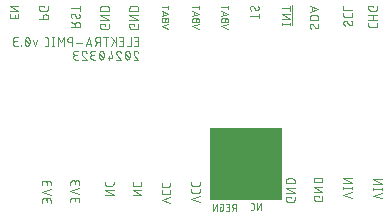
<source format=gbr>
G04 EAGLE Gerber RS-274X export*
G75*
%MOMM*%
%FSLAX34Y34*%
%LPD*%
%INSilkscreen Bottom*%
%IPPOS*%
%AMOC8*
5,1,8,0,0,1.08239X$1,22.5*%
G01*
%ADD10C,0.076200*%
%ADD11C,0.050800*%
%ADD12R,6.146800X6.146800*%


D10*
X125633Y165047D02*
X128907Y165047D01*
X128907Y172413D01*
X125633Y172413D01*
X126451Y169140D02*
X128907Y169140D01*
X122567Y172413D02*
X122567Y165047D01*
X119293Y165047D01*
X116227Y165047D02*
X112953Y165047D01*
X116227Y165047D02*
X116227Y172413D01*
X112953Y172413D01*
X113772Y169140D02*
X116227Y169140D01*
X109785Y172413D02*
X109785Y165047D01*
X109785Y167912D02*
X105693Y172413D01*
X108149Y169549D02*
X105693Y165047D01*
X101273Y165047D02*
X101273Y172413D01*
X103319Y172413D02*
X99227Y172413D01*
X96197Y172413D02*
X96197Y165047D01*
X96197Y172413D02*
X94151Y172413D01*
X94062Y172411D01*
X93973Y172405D01*
X93884Y172395D01*
X93796Y172382D01*
X93708Y172365D01*
X93621Y172343D01*
X93536Y172318D01*
X93451Y172290D01*
X93368Y172257D01*
X93286Y172221D01*
X93206Y172182D01*
X93128Y172139D01*
X93052Y172093D01*
X92977Y172043D01*
X92905Y171990D01*
X92836Y171934D01*
X92769Y171875D01*
X92704Y171814D01*
X92643Y171749D01*
X92584Y171682D01*
X92528Y171613D01*
X92475Y171541D01*
X92425Y171466D01*
X92379Y171390D01*
X92336Y171312D01*
X92297Y171232D01*
X92261Y171150D01*
X92228Y171067D01*
X92200Y170982D01*
X92175Y170897D01*
X92153Y170810D01*
X92136Y170722D01*
X92123Y170634D01*
X92113Y170545D01*
X92107Y170456D01*
X92105Y170367D01*
X92107Y170278D01*
X92113Y170189D01*
X92123Y170100D01*
X92136Y170012D01*
X92153Y169924D01*
X92175Y169837D01*
X92200Y169752D01*
X92228Y169667D01*
X92261Y169584D01*
X92297Y169502D01*
X92336Y169422D01*
X92379Y169344D01*
X92425Y169268D01*
X92475Y169193D01*
X92528Y169121D01*
X92584Y169052D01*
X92643Y168985D01*
X92704Y168920D01*
X92769Y168859D01*
X92836Y168800D01*
X92905Y168744D01*
X92977Y168691D01*
X93052Y168641D01*
X93128Y168595D01*
X93206Y168552D01*
X93286Y168513D01*
X93368Y168477D01*
X93451Y168444D01*
X93536Y168416D01*
X93621Y168391D01*
X93708Y168369D01*
X93796Y168352D01*
X93884Y168339D01*
X93973Y168329D01*
X94062Y168323D01*
X94151Y168321D01*
X96197Y168321D01*
X93742Y168321D02*
X92105Y165047D01*
X89342Y165047D02*
X86887Y172413D01*
X84431Y165047D01*
X85045Y166889D02*
X88728Y166889D01*
X81539Y167912D02*
X76629Y167912D01*
X72966Y165047D02*
X72966Y172413D01*
X70920Y172413D01*
X70831Y172411D01*
X70742Y172405D01*
X70653Y172395D01*
X70565Y172382D01*
X70477Y172365D01*
X70390Y172343D01*
X70305Y172318D01*
X70220Y172290D01*
X70137Y172257D01*
X70055Y172221D01*
X69975Y172182D01*
X69897Y172139D01*
X69821Y172093D01*
X69746Y172043D01*
X69674Y171990D01*
X69605Y171934D01*
X69538Y171875D01*
X69473Y171814D01*
X69412Y171749D01*
X69353Y171682D01*
X69297Y171613D01*
X69244Y171541D01*
X69194Y171466D01*
X69148Y171390D01*
X69105Y171312D01*
X69066Y171232D01*
X69030Y171150D01*
X68997Y171067D01*
X68969Y170982D01*
X68944Y170897D01*
X68922Y170810D01*
X68905Y170722D01*
X68892Y170634D01*
X68882Y170545D01*
X68876Y170456D01*
X68874Y170367D01*
X68876Y170278D01*
X68882Y170189D01*
X68892Y170100D01*
X68905Y170012D01*
X68922Y169924D01*
X68944Y169837D01*
X68969Y169752D01*
X68997Y169667D01*
X69030Y169584D01*
X69066Y169502D01*
X69105Y169422D01*
X69148Y169344D01*
X69194Y169268D01*
X69244Y169193D01*
X69297Y169121D01*
X69353Y169052D01*
X69412Y168985D01*
X69473Y168920D01*
X69538Y168859D01*
X69605Y168800D01*
X69674Y168744D01*
X69746Y168691D01*
X69821Y168641D01*
X69897Y168595D01*
X69975Y168552D01*
X70055Y168513D01*
X70137Y168477D01*
X70220Y168444D01*
X70305Y168416D01*
X70390Y168391D01*
X70477Y168369D01*
X70565Y168352D01*
X70653Y168339D01*
X70742Y168329D01*
X70831Y168323D01*
X70920Y168321D01*
X72966Y168321D01*
X65690Y165047D02*
X65690Y172413D01*
X63234Y168321D01*
X60779Y172413D01*
X60779Y165047D01*
X56651Y165047D02*
X56651Y172413D01*
X57469Y165047D02*
X55832Y165047D01*
X55832Y172413D02*
X57469Y172413D01*
X51231Y165047D02*
X49594Y165047D01*
X51231Y165047D02*
X51309Y165049D01*
X51387Y165054D01*
X51464Y165064D01*
X51541Y165077D01*
X51617Y165093D01*
X51692Y165113D01*
X51766Y165137D01*
X51839Y165164D01*
X51911Y165195D01*
X51981Y165229D01*
X52050Y165266D01*
X52116Y165307D01*
X52181Y165351D01*
X52243Y165397D01*
X52303Y165447D01*
X52361Y165499D01*
X52416Y165554D01*
X52468Y165612D01*
X52518Y165672D01*
X52564Y165734D01*
X52608Y165799D01*
X52649Y165866D01*
X52686Y165934D01*
X52720Y166004D01*
X52751Y166076D01*
X52778Y166149D01*
X52802Y166223D01*
X52822Y166298D01*
X52838Y166374D01*
X52851Y166451D01*
X52861Y166528D01*
X52866Y166606D01*
X52868Y166684D01*
X52868Y170777D01*
X52866Y170855D01*
X52861Y170933D01*
X52851Y171010D01*
X52838Y171087D01*
X52822Y171163D01*
X52802Y171238D01*
X52778Y171312D01*
X52751Y171385D01*
X52720Y171457D01*
X52686Y171527D01*
X52649Y171596D01*
X52608Y171662D01*
X52564Y171727D01*
X52518Y171789D01*
X52468Y171849D01*
X52416Y171907D01*
X52361Y171962D01*
X52303Y172014D01*
X52243Y172064D01*
X52181Y172110D01*
X52116Y172154D01*
X52050Y172195D01*
X51981Y172232D01*
X51911Y172266D01*
X51839Y172297D01*
X51766Y172324D01*
X51692Y172348D01*
X51617Y172368D01*
X51541Y172384D01*
X51464Y172397D01*
X51387Y172407D01*
X51309Y172412D01*
X51231Y172414D01*
X51231Y172413D02*
X49594Y172413D01*
X43170Y169958D02*
X41533Y165047D01*
X39896Y169958D01*
X36995Y168730D02*
X36993Y168883D01*
X36987Y169036D01*
X36978Y169188D01*
X36964Y169341D01*
X36947Y169493D01*
X36926Y169644D01*
X36901Y169795D01*
X36872Y169945D01*
X36840Y170095D01*
X36803Y170243D01*
X36763Y170391D01*
X36720Y170538D01*
X36672Y170683D01*
X36621Y170827D01*
X36567Y170970D01*
X36508Y171112D01*
X36447Y171251D01*
X36381Y171390D01*
X36355Y171460D01*
X36325Y171529D01*
X36293Y171597D01*
X36256Y171663D01*
X36217Y171727D01*
X36174Y171789D01*
X36129Y171848D01*
X36080Y171906D01*
X36029Y171960D01*
X35975Y172013D01*
X35918Y172062D01*
X35859Y172109D01*
X35798Y172152D01*
X35735Y172193D01*
X35670Y172230D01*
X35603Y172265D01*
X35534Y172295D01*
X35464Y172323D01*
X35393Y172346D01*
X35321Y172367D01*
X35248Y172383D01*
X35174Y172396D01*
X35099Y172406D01*
X35024Y172411D01*
X34949Y172413D01*
X34874Y172411D01*
X34799Y172406D01*
X34724Y172396D01*
X34650Y172383D01*
X34577Y172367D01*
X34505Y172346D01*
X34434Y172323D01*
X34364Y172295D01*
X34295Y172265D01*
X34228Y172230D01*
X34163Y172193D01*
X34100Y172152D01*
X34039Y172109D01*
X33980Y172062D01*
X33923Y172013D01*
X33869Y171960D01*
X33818Y171906D01*
X33770Y171848D01*
X33724Y171789D01*
X33681Y171727D01*
X33642Y171663D01*
X33606Y171597D01*
X33573Y171530D01*
X33543Y171460D01*
X33517Y171390D01*
X33452Y171252D01*
X33390Y171112D01*
X33332Y170970D01*
X33277Y170827D01*
X33226Y170683D01*
X33178Y170538D01*
X33135Y170391D01*
X33095Y170244D01*
X33058Y170095D01*
X33026Y169945D01*
X32997Y169795D01*
X32972Y169644D01*
X32951Y169493D01*
X32934Y169341D01*
X32920Y169188D01*
X32911Y169036D01*
X32905Y168883D01*
X32903Y168730D01*
X36996Y168730D02*
X36994Y168577D01*
X36988Y168424D01*
X36979Y168271D01*
X36965Y168119D01*
X36948Y167967D01*
X36927Y167816D01*
X36902Y167665D01*
X36873Y167514D01*
X36841Y167365D01*
X36804Y167216D01*
X36764Y167069D01*
X36721Y166922D01*
X36673Y166777D01*
X36622Y166632D01*
X36567Y166490D01*
X36509Y166348D01*
X36447Y166208D01*
X36382Y166070D01*
X36381Y166071D02*
X36355Y166001D01*
X36325Y165931D01*
X36293Y165864D01*
X36256Y165798D01*
X36217Y165734D01*
X36174Y165672D01*
X36128Y165613D01*
X36080Y165555D01*
X36029Y165501D01*
X35975Y165448D01*
X35918Y165399D01*
X35859Y165352D01*
X35798Y165309D01*
X35735Y165268D01*
X35670Y165231D01*
X35603Y165196D01*
X35534Y165166D01*
X35464Y165138D01*
X35393Y165115D01*
X35321Y165094D01*
X35248Y165078D01*
X35174Y165065D01*
X35099Y165055D01*
X35024Y165050D01*
X34949Y165048D01*
X33517Y166070D02*
X33452Y166208D01*
X33390Y166348D01*
X33332Y166490D01*
X33277Y166633D01*
X33226Y166777D01*
X33178Y166922D01*
X33135Y167069D01*
X33095Y167217D01*
X33058Y167365D01*
X33026Y167515D01*
X32997Y167665D01*
X32972Y167816D01*
X32951Y167967D01*
X32934Y168119D01*
X32920Y168272D01*
X32911Y168424D01*
X32905Y168577D01*
X32903Y168730D01*
X33517Y166071D02*
X33543Y166000D01*
X33573Y165931D01*
X33606Y165864D01*
X33642Y165798D01*
X33681Y165734D01*
X33724Y165672D01*
X33770Y165613D01*
X33818Y165555D01*
X33869Y165501D01*
X33923Y165448D01*
X33980Y165399D01*
X34039Y165352D01*
X34100Y165309D01*
X34163Y165268D01*
X34228Y165231D01*
X34295Y165196D01*
X34364Y165166D01*
X34434Y165138D01*
X34505Y165115D01*
X34577Y165094D01*
X34650Y165078D01*
X34724Y165065D01*
X34799Y165055D01*
X34874Y165050D01*
X34949Y165048D01*
X36586Y166684D02*
X33312Y170777D01*
X30033Y165457D02*
X30033Y165047D01*
X30033Y165457D02*
X29624Y165457D01*
X29624Y165047D01*
X30033Y165047D01*
X26754Y165047D02*
X24708Y165047D01*
X24708Y165048D02*
X24619Y165050D01*
X24530Y165056D01*
X24441Y165066D01*
X24353Y165079D01*
X24265Y165096D01*
X24178Y165118D01*
X24093Y165143D01*
X24008Y165171D01*
X23925Y165204D01*
X23843Y165240D01*
X23763Y165279D01*
X23685Y165322D01*
X23609Y165368D01*
X23534Y165418D01*
X23462Y165471D01*
X23393Y165527D01*
X23326Y165586D01*
X23261Y165647D01*
X23200Y165712D01*
X23141Y165779D01*
X23085Y165848D01*
X23032Y165920D01*
X22982Y165995D01*
X22936Y166071D01*
X22893Y166149D01*
X22854Y166229D01*
X22818Y166311D01*
X22785Y166394D01*
X22757Y166479D01*
X22732Y166564D01*
X22710Y166651D01*
X22693Y166739D01*
X22680Y166827D01*
X22670Y166916D01*
X22664Y167005D01*
X22662Y167094D01*
X22664Y167183D01*
X22670Y167272D01*
X22680Y167361D01*
X22693Y167449D01*
X22710Y167537D01*
X22732Y167624D01*
X22757Y167709D01*
X22785Y167794D01*
X22818Y167877D01*
X22854Y167959D01*
X22893Y168039D01*
X22936Y168117D01*
X22982Y168193D01*
X23032Y168268D01*
X23085Y168340D01*
X23141Y168409D01*
X23200Y168476D01*
X23261Y168541D01*
X23326Y168602D01*
X23393Y168661D01*
X23462Y168717D01*
X23534Y168770D01*
X23609Y168820D01*
X23685Y168866D01*
X23763Y168909D01*
X23843Y168948D01*
X23925Y168984D01*
X24008Y169017D01*
X24093Y169045D01*
X24178Y169070D01*
X24265Y169092D01*
X24353Y169109D01*
X24441Y169122D01*
X24530Y169132D01*
X24619Y169138D01*
X24708Y169140D01*
X24299Y172413D02*
X26754Y172413D01*
X24299Y172414D02*
X24220Y172412D01*
X24141Y172406D01*
X24062Y172397D01*
X23984Y172384D01*
X23907Y172366D01*
X23831Y172346D01*
X23756Y172321D01*
X23682Y172293D01*
X23609Y172262D01*
X23538Y172226D01*
X23469Y172188D01*
X23402Y172146D01*
X23337Y172101D01*
X23274Y172053D01*
X23213Y172002D01*
X23156Y171948D01*
X23100Y171892D01*
X23048Y171833D01*
X22998Y171771D01*
X22952Y171707D01*
X22908Y171641D01*
X22868Y171573D01*
X22832Y171503D01*
X22798Y171431D01*
X22768Y171357D01*
X22742Y171283D01*
X22719Y171207D01*
X22701Y171130D01*
X22685Y171053D01*
X22674Y170974D01*
X22666Y170896D01*
X22662Y170817D01*
X22662Y170737D01*
X22666Y170658D01*
X22674Y170580D01*
X22685Y170501D01*
X22701Y170424D01*
X22719Y170347D01*
X22742Y170271D01*
X22768Y170197D01*
X22798Y170123D01*
X22832Y170051D01*
X22868Y169981D01*
X22908Y169913D01*
X22952Y169847D01*
X22998Y169783D01*
X23048Y169721D01*
X23100Y169662D01*
X23156Y169606D01*
X23213Y169552D01*
X23274Y169501D01*
X23337Y169453D01*
X23402Y169408D01*
X23469Y169366D01*
X23538Y169328D01*
X23609Y169292D01*
X23682Y169261D01*
X23756Y169233D01*
X23831Y169208D01*
X23907Y169188D01*
X23984Y169170D01*
X24062Y169157D01*
X24141Y169148D01*
X24220Y169142D01*
X24299Y169140D01*
X25935Y169140D01*
X124977Y159063D02*
X124979Y159148D01*
X124985Y159233D01*
X124995Y159317D01*
X125008Y159401D01*
X125026Y159485D01*
X125047Y159567D01*
X125072Y159648D01*
X125101Y159728D01*
X125134Y159807D01*
X125170Y159884D01*
X125210Y159959D01*
X125253Y160033D01*
X125299Y160104D01*
X125349Y160173D01*
X125402Y160240D01*
X125458Y160304D01*
X125517Y160365D01*
X125578Y160424D01*
X125642Y160480D01*
X125709Y160533D01*
X125778Y160583D01*
X125849Y160629D01*
X125923Y160672D01*
X125998Y160712D01*
X126075Y160748D01*
X126154Y160781D01*
X126234Y160810D01*
X126315Y160835D01*
X126397Y160856D01*
X126481Y160874D01*
X126565Y160887D01*
X126649Y160897D01*
X126734Y160903D01*
X126819Y160905D01*
X126915Y160903D01*
X127011Y160897D01*
X127106Y160887D01*
X127201Y160874D01*
X127296Y160856D01*
X127389Y160835D01*
X127482Y160810D01*
X127573Y160781D01*
X127664Y160749D01*
X127753Y160713D01*
X127840Y160673D01*
X127926Y160630D01*
X128010Y160584D01*
X128092Y160534D01*
X128172Y160480D01*
X128249Y160424D01*
X128324Y160364D01*
X128397Y160302D01*
X128467Y160236D01*
X128535Y160168D01*
X128600Y160097D01*
X128661Y160024D01*
X128720Y159948D01*
X128776Y159869D01*
X128828Y159789D01*
X128877Y159706D01*
X128923Y159622D01*
X128965Y159536D01*
X129003Y159448D01*
X129038Y159359D01*
X129070Y159268D01*
X125592Y157631D02*
X125532Y157690D01*
X125475Y157752D01*
X125420Y157816D01*
X125369Y157883D01*
X125320Y157952D01*
X125274Y158022D01*
X125231Y158095D01*
X125191Y158169D01*
X125155Y158245D01*
X125122Y158323D01*
X125092Y158402D01*
X125065Y158482D01*
X125042Y158563D01*
X125023Y158645D01*
X125007Y158727D01*
X124994Y158811D01*
X124985Y158895D01*
X124980Y158979D01*
X124978Y159063D01*
X125591Y157631D02*
X129070Y153539D01*
X124978Y153539D01*
X121754Y157222D02*
X121752Y157375D01*
X121746Y157528D01*
X121737Y157680D01*
X121723Y157833D01*
X121706Y157985D01*
X121685Y158136D01*
X121660Y158287D01*
X121631Y158437D01*
X121599Y158587D01*
X121562Y158735D01*
X121522Y158883D01*
X121479Y159030D01*
X121431Y159175D01*
X121380Y159319D01*
X121326Y159462D01*
X121267Y159604D01*
X121206Y159743D01*
X121140Y159882D01*
X121141Y159882D02*
X121115Y159952D01*
X121085Y160021D01*
X121053Y160089D01*
X121016Y160155D01*
X120977Y160219D01*
X120934Y160281D01*
X120889Y160340D01*
X120840Y160398D01*
X120789Y160452D01*
X120735Y160505D01*
X120678Y160554D01*
X120619Y160601D01*
X120558Y160644D01*
X120495Y160685D01*
X120430Y160722D01*
X120363Y160757D01*
X120294Y160787D01*
X120224Y160815D01*
X120153Y160838D01*
X120081Y160859D01*
X120008Y160875D01*
X119934Y160888D01*
X119859Y160898D01*
X119784Y160903D01*
X119709Y160905D01*
X119634Y160903D01*
X119559Y160898D01*
X119484Y160888D01*
X119410Y160875D01*
X119337Y160859D01*
X119265Y160838D01*
X119194Y160815D01*
X119124Y160787D01*
X119055Y160757D01*
X118988Y160722D01*
X118923Y160685D01*
X118860Y160644D01*
X118799Y160601D01*
X118740Y160554D01*
X118683Y160505D01*
X118629Y160452D01*
X118578Y160398D01*
X118530Y160340D01*
X118484Y160281D01*
X118441Y160219D01*
X118402Y160155D01*
X118366Y160089D01*
X118333Y160022D01*
X118303Y159952D01*
X118277Y159882D01*
X118276Y159882D02*
X118211Y159744D01*
X118149Y159604D01*
X118091Y159462D01*
X118036Y159319D01*
X117985Y159175D01*
X117937Y159030D01*
X117894Y158883D01*
X117854Y158736D01*
X117817Y158587D01*
X117785Y158437D01*
X117756Y158287D01*
X117731Y158136D01*
X117710Y157985D01*
X117693Y157833D01*
X117679Y157680D01*
X117670Y157528D01*
X117664Y157375D01*
X117662Y157222D01*
X121755Y157222D02*
X121753Y157069D01*
X121747Y156916D01*
X121738Y156763D01*
X121724Y156611D01*
X121707Y156459D01*
X121686Y156308D01*
X121661Y156157D01*
X121632Y156006D01*
X121600Y155857D01*
X121563Y155708D01*
X121523Y155561D01*
X121480Y155414D01*
X121432Y155269D01*
X121381Y155124D01*
X121326Y154982D01*
X121268Y154840D01*
X121206Y154700D01*
X121141Y154562D01*
X121115Y154492D01*
X121085Y154422D01*
X121053Y154355D01*
X121016Y154289D01*
X120977Y154225D01*
X120934Y154163D01*
X120888Y154104D01*
X120840Y154046D01*
X120789Y153992D01*
X120735Y153939D01*
X120678Y153890D01*
X120619Y153843D01*
X120558Y153800D01*
X120495Y153759D01*
X120430Y153722D01*
X120363Y153687D01*
X120294Y153657D01*
X120224Y153629D01*
X120153Y153606D01*
X120081Y153585D01*
X120008Y153569D01*
X119934Y153556D01*
X119859Y153546D01*
X119784Y153541D01*
X119709Y153539D01*
X118277Y154562D02*
X118212Y154700D01*
X118150Y154840D01*
X118092Y154982D01*
X118037Y155125D01*
X117986Y155269D01*
X117938Y155414D01*
X117895Y155561D01*
X117855Y155709D01*
X117818Y155857D01*
X117786Y156007D01*
X117757Y156157D01*
X117732Y156308D01*
X117711Y156459D01*
X117694Y156611D01*
X117680Y156764D01*
X117671Y156916D01*
X117665Y157069D01*
X117663Y157222D01*
X118277Y154562D02*
X118303Y154491D01*
X118333Y154422D01*
X118366Y154355D01*
X118402Y154289D01*
X118441Y154225D01*
X118484Y154163D01*
X118530Y154104D01*
X118578Y154046D01*
X118629Y153992D01*
X118683Y153939D01*
X118740Y153890D01*
X118799Y153843D01*
X118860Y153800D01*
X118923Y153759D01*
X118988Y153722D01*
X119055Y153687D01*
X119124Y153657D01*
X119194Y153629D01*
X119265Y153606D01*
X119337Y153585D01*
X119410Y153569D01*
X119484Y153556D01*
X119559Y153546D01*
X119634Y153541D01*
X119709Y153539D01*
X121345Y155176D02*
X118072Y159268D01*
X112189Y160905D02*
X112104Y160903D01*
X112019Y160897D01*
X111935Y160887D01*
X111851Y160874D01*
X111767Y160856D01*
X111685Y160835D01*
X111604Y160810D01*
X111524Y160781D01*
X111445Y160748D01*
X111368Y160712D01*
X111293Y160672D01*
X111219Y160629D01*
X111148Y160583D01*
X111079Y160533D01*
X111012Y160480D01*
X110948Y160424D01*
X110887Y160365D01*
X110828Y160304D01*
X110772Y160240D01*
X110719Y160173D01*
X110669Y160104D01*
X110623Y160033D01*
X110580Y159959D01*
X110540Y159884D01*
X110504Y159807D01*
X110471Y159728D01*
X110442Y159648D01*
X110417Y159567D01*
X110396Y159485D01*
X110378Y159401D01*
X110365Y159317D01*
X110355Y159233D01*
X110349Y159148D01*
X110347Y159063D01*
X112189Y160905D02*
X112285Y160903D01*
X112381Y160897D01*
X112476Y160887D01*
X112571Y160874D01*
X112666Y160856D01*
X112759Y160835D01*
X112852Y160810D01*
X112943Y160781D01*
X113034Y160749D01*
X113123Y160713D01*
X113210Y160673D01*
X113296Y160630D01*
X113380Y160584D01*
X113462Y160534D01*
X113542Y160480D01*
X113619Y160424D01*
X113694Y160364D01*
X113767Y160302D01*
X113837Y160236D01*
X113905Y160168D01*
X113970Y160097D01*
X114031Y160024D01*
X114090Y159948D01*
X114146Y159869D01*
X114198Y159789D01*
X114247Y159706D01*
X114293Y159622D01*
X114335Y159536D01*
X114373Y159448D01*
X114408Y159359D01*
X114440Y159268D01*
X110961Y157631D02*
X110901Y157690D01*
X110844Y157752D01*
X110789Y157816D01*
X110738Y157883D01*
X110689Y157952D01*
X110643Y158022D01*
X110600Y158095D01*
X110560Y158169D01*
X110524Y158245D01*
X110491Y158323D01*
X110461Y158402D01*
X110434Y158482D01*
X110411Y158563D01*
X110392Y158645D01*
X110376Y158727D01*
X110363Y158811D01*
X110354Y158895D01*
X110349Y158979D01*
X110347Y159063D01*
X110961Y157631D02*
X114439Y153539D01*
X110347Y153539D01*
X107124Y155176D02*
X105487Y160905D01*
X107124Y155176D02*
X103032Y155176D01*
X104260Y156813D02*
X104260Y153539D01*
X99809Y157222D02*
X99807Y157375D01*
X99801Y157528D01*
X99792Y157680D01*
X99778Y157833D01*
X99761Y157985D01*
X99740Y158136D01*
X99715Y158287D01*
X99686Y158437D01*
X99654Y158587D01*
X99617Y158735D01*
X99577Y158883D01*
X99534Y159030D01*
X99486Y159175D01*
X99435Y159319D01*
X99381Y159462D01*
X99322Y159604D01*
X99261Y159743D01*
X99195Y159882D01*
X99169Y159952D01*
X99139Y160021D01*
X99107Y160089D01*
X99070Y160155D01*
X99031Y160219D01*
X98988Y160281D01*
X98943Y160340D01*
X98894Y160398D01*
X98843Y160452D01*
X98789Y160505D01*
X98732Y160554D01*
X98673Y160601D01*
X98612Y160644D01*
X98549Y160685D01*
X98484Y160722D01*
X98417Y160757D01*
X98348Y160787D01*
X98278Y160815D01*
X98207Y160838D01*
X98135Y160859D01*
X98062Y160875D01*
X97988Y160888D01*
X97913Y160898D01*
X97838Y160903D01*
X97763Y160905D01*
X97688Y160903D01*
X97613Y160898D01*
X97538Y160888D01*
X97464Y160875D01*
X97391Y160859D01*
X97319Y160838D01*
X97248Y160815D01*
X97178Y160787D01*
X97109Y160757D01*
X97042Y160722D01*
X96977Y160685D01*
X96914Y160644D01*
X96853Y160601D01*
X96794Y160554D01*
X96737Y160505D01*
X96683Y160452D01*
X96632Y160398D01*
X96584Y160340D01*
X96538Y160281D01*
X96495Y160219D01*
X96456Y160155D01*
X96420Y160089D01*
X96387Y160022D01*
X96357Y159952D01*
X96331Y159882D01*
X96266Y159744D01*
X96204Y159604D01*
X96146Y159462D01*
X96091Y159319D01*
X96040Y159175D01*
X95992Y159030D01*
X95949Y158883D01*
X95909Y158736D01*
X95872Y158587D01*
X95840Y158437D01*
X95811Y158287D01*
X95786Y158136D01*
X95765Y157985D01*
X95748Y157833D01*
X95734Y157680D01*
X95725Y157528D01*
X95719Y157375D01*
X95717Y157222D01*
X99809Y157222D02*
X99807Y157069D01*
X99801Y156916D01*
X99792Y156763D01*
X99778Y156611D01*
X99761Y156459D01*
X99740Y156308D01*
X99715Y156157D01*
X99686Y156006D01*
X99654Y155857D01*
X99617Y155708D01*
X99577Y155561D01*
X99534Y155414D01*
X99486Y155269D01*
X99435Y155124D01*
X99380Y154982D01*
X99322Y154840D01*
X99260Y154700D01*
X99195Y154562D01*
X99169Y154492D01*
X99139Y154422D01*
X99107Y154355D01*
X99070Y154289D01*
X99031Y154225D01*
X98988Y154163D01*
X98942Y154104D01*
X98894Y154046D01*
X98843Y153992D01*
X98789Y153939D01*
X98732Y153890D01*
X98673Y153843D01*
X98612Y153800D01*
X98549Y153759D01*
X98484Y153722D01*
X98417Y153687D01*
X98348Y153657D01*
X98278Y153629D01*
X98207Y153606D01*
X98135Y153585D01*
X98062Y153569D01*
X97988Y153556D01*
X97913Y153546D01*
X97838Y153541D01*
X97763Y153539D01*
X96331Y154562D02*
X96266Y154700D01*
X96204Y154840D01*
X96146Y154982D01*
X96091Y155125D01*
X96040Y155269D01*
X95992Y155414D01*
X95949Y155561D01*
X95909Y155709D01*
X95872Y155857D01*
X95840Y156007D01*
X95811Y156157D01*
X95786Y156308D01*
X95765Y156459D01*
X95748Y156611D01*
X95734Y156764D01*
X95725Y156916D01*
X95719Y157069D01*
X95717Y157222D01*
X96331Y154562D02*
X96357Y154491D01*
X96387Y154422D01*
X96420Y154355D01*
X96456Y154289D01*
X96495Y154225D01*
X96538Y154163D01*
X96584Y154104D01*
X96632Y154046D01*
X96683Y153992D01*
X96737Y153939D01*
X96794Y153890D01*
X96853Y153843D01*
X96914Y153800D01*
X96977Y153759D01*
X97042Y153722D01*
X97109Y153687D01*
X97178Y153657D01*
X97248Y153629D01*
X97319Y153606D01*
X97391Y153585D01*
X97464Y153569D01*
X97538Y153556D01*
X97613Y153546D01*
X97688Y153541D01*
X97763Y153539D01*
X99400Y155176D02*
X96126Y159268D01*
X92494Y153539D02*
X90448Y153539D01*
X90359Y153541D01*
X90270Y153547D01*
X90181Y153557D01*
X90093Y153570D01*
X90005Y153587D01*
X89918Y153609D01*
X89833Y153634D01*
X89748Y153662D01*
X89665Y153695D01*
X89583Y153731D01*
X89503Y153770D01*
X89425Y153813D01*
X89349Y153859D01*
X89274Y153909D01*
X89202Y153962D01*
X89133Y154018D01*
X89066Y154077D01*
X89001Y154138D01*
X88940Y154203D01*
X88881Y154270D01*
X88825Y154339D01*
X88772Y154411D01*
X88722Y154486D01*
X88676Y154562D01*
X88633Y154640D01*
X88594Y154720D01*
X88558Y154802D01*
X88525Y154885D01*
X88497Y154970D01*
X88472Y155055D01*
X88450Y155142D01*
X88433Y155230D01*
X88420Y155318D01*
X88410Y155407D01*
X88404Y155496D01*
X88402Y155585D01*
X88404Y155674D01*
X88410Y155763D01*
X88420Y155852D01*
X88433Y155940D01*
X88450Y156028D01*
X88472Y156115D01*
X88497Y156200D01*
X88525Y156285D01*
X88558Y156368D01*
X88594Y156450D01*
X88633Y156530D01*
X88676Y156608D01*
X88722Y156684D01*
X88772Y156759D01*
X88825Y156831D01*
X88881Y156900D01*
X88940Y156967D01*
X89001Y157032D01*
X89066Y157093D01*
X89133Y157152D01*
X89202Y157208D01*
X89274Y157261D01*
X89349Y157311D01*
X89425Y157357D01*
X89503Y157400D01*
X89583Y157439D01*
X89665Y157475D01*
X89748Y157508D01*
X89833Y157536D01*
X89918Y157561D01*
X90005Y157583D01*
X90093Y157600D01*
X90181Y157613D01*
X90270Y157623D01*
X90359Y157629D01*
X90448Y157631D01*
X90038Y160905D02*
X92494Y160905D01*
X90038Y160905D02*
X89959Y160903D01*
X89880Y160897D01*
X89801Y160888D01*
X89723Y160875D01*
X89646Y160857D01*
X89570Y160837D01*
X89495Y160812D01*
X89421Y160784D01*
X89348Y160753D01*
X89277Y160717D01*
X89208Y160679D01*
X89141Y160637D01*
X89076Y160592D01*
X89013Y160544D01*
X88952Y160493D01*
X88895Y160439D01*
X88839Y160383D01*
X88787Y160324D01*
X88737Y160262D01*
X88691Y160198D01*
X88647Y160132D01*
X88607Y160064D01*
X88571Y159994D01*
X88537Y159922D01*
X88507Y159848D01*
X88481Y159774D01*
X88458Y159698D01*
X88440Y159621D01*
X88424Y159544D01*
X88413Y159465D01*
X88405Y159387D01*
X88401Y159308D01*
X88401Y159228D01*
X88405Y159149D01*
X88413Y159071D01*
X88424Y158992D01*
X88440Y158915D01*
X88458Y158838D01*
X88481Y158762D01*
X88507Y158688D01*
X88537Y158614D01*
X88571Y158542D01*
X88607Y158472D01*
X88647Y158404D01*
X88691Y158338D01*
X88737Y158274D01*
X88787Y158212D01*
X88839Y158153D01*
X88895Y158097D01*
X88952Y158043D01*
X89013Y157992D01*
X89076Y157944D01*
X89141Y157899D01*
X89208Y157857D01*
X89277Y157819D01*
X89348Y157783D01*
X89421Y157752D01*
X89495Y157724D01*
X89570Y157699D01*
X89646Y157679D01*
X89723Y157661D01*
X89801Y157648D01*
X89880Y157639D01*
X89959Y157633D01*
X90038Y157631D01*
X91675Y157631D01*
X82928Y160905D02*
X82843Y160903D01*
X82758Y160897D01*
X82674Y160887D01*
X82590Y160874D01*
X82506Y160856D01*
X82424Y160835D01*
X82343Y160810D01*
X82263Y160781D01*
X82184Y160748D01*
X82107Y160712D01*
X82032Y160672D01*
X81958Y160629D01*
X81887Y160583D01*
X81818Y160533D01*
X81751Y160480D01*
X81687Y160424D01*
X81626Y160365D01*
X81567Y160304D01*
X81511Y160240D01*
X81458Y160173D01*
X81408Y160104D01*
X81362Y160033D01*
X81319Y159959D01*
X81279Y159884D01*
X81243Y159807D01*
X81210Y159728D01*
X81181Y159648D01*
X81156Y159567D01*
X81135Y159485D01*
X81117Y159401D01*
X81104Y159317D01*
X81094Y159233D01*
X81088Y159148D01*
X81086Y159063D01*
X82928Y160905D02*
X83024Y160903D01*
X83120Y160897D01*
X83215Y160887D01*
X83310Y160874D01*
X83405Y160856D01*
X83498Y160835D01*
X83591Y160810D01*
X83682Y160781D01*
X83773Y160749D01*
X83862Y160713D01*
X83949Y160673D01*
X84035Y160630D01*
X84119Y160584D01*
X84201Y160534D01*
X84281Y160480D01*
X84358Y160424D01*
X84433Y160364D01*
X84506Y160302D01*
X84576Y160236D01*
X84644Y160168D01*
X84709Y160097D01*
X84770Y160024D01*
X84829Y159948D01*
X84885Y159869D01*
X84937Y159789D01*
X84986Y159706D01*
X85032Y159622D01*
X85074Y159536D01*
X85112Y159448D01*
X85147Y159359D01*
X85179Y159268D01*
X81700Y157631D02*
X81640Y157690D01*
X81583Y157752D01*
X81528Y157816D01*
X81477Y157883D01*
X81428Y157952D01*
X81382Y158022D01*
X81339Y158095D01*
X81299Y158169D01*
X81263Y158245D01*
X81230Y158323D01*
X81200Y158402D01*
X81173Y158482D01*
X81150Y158563D01*
X81131Y158645D01*
X81115Y158727D01*
X81102Y158811D01*
X81093Y158895D01*
X81088Y158979D01*
X81086Y159063D01*
X81700Y157631D02*
X85179Y153539D01*
X81086Y153539D01*
X77863Y153539D02*
X75817Y153539D01*
X75728Y153541D01*
X75639Y153547D01*
X75550Y153557D01*
X75462Y153570D01*
X75374Y153587D01*
X75287Y153609D01*
X75202Y153634D01*
X75117Y153662D01*
X75034Y153695D01*
X74952Y153731D01*
X74872Y153770D01*
X74794Y153813D01*
X74718Y153859D01*
X74643Y153909D01*
X74571Y153962D01*
X74502Y154018D01*
X74435Y154077D01*
X74370Y154138D01*
X74309Y154203D01*
X74250Y154270D01*
X74194Y154339D01*
X74141Y154411D01*
X74091Y154486D01*
X74045Y154562D01*
X74002Y154640D01*
X73963Y154720D01*
X73927Y154802D01*
X73894Y154885D01*
X73866Y154970D01*
X73841Y155055D01*
X73819Y155142D01*
X73802Y155230D01*
X73789Y155318D01*
X73779Y155407D01*
X73773Y155496D01*
X73771Y155585D01*
X73773Y155674D01*
X73779Y155763D01*
X73789Y155852D01*
X73802Y155940D01*
X73819Y156028D01*
X73841Y156115D01*
X73866Y156200D01*
X73894Y156285D01*
X73927Y156368D01*
X73963Y156450D01*
X74002Y156530D01*
X74045Y156608D01*
X74091Y156684D01*
X74141Y156759D01*
X74194Y156831D01*
X74250Y156900D01*
X74309Y156967D01*
X74370Y157032D01*
X74435Y157093D01*
X74502Y157152D01*
X74571Y157208D01*
X74643Y157261D01*
X74718Y157311D01*
X74794Y157357D01*
X74872Y157400D01*
X74952Y157439D01*
X75034Y157475D01*
X75117Y157508D01*
X75202Y157536D01*
X75287Y157561D01*
X75374Y157583D01*
X75462Y157600D01*
X75550Y157613D01*
X75639Y157623D01*
X75728Y157629D01*
X75817Y157631D01*
X75408Y160905D02*
X77863Y160905D01*
X75408Y160905D02*
X75329Y160903D01*
X75250Y160897D01*
X75171Y160888D01*
X75093Y160875D01*
X75016Y160857D01*
X74940Y160837D01*
X74865Y160812D01*
X74791Y160784D01*
X74718Y160753D01*
X74647Y160717D01*
X74578Y160679D01*
X74511Y160637D01*
X74446Y160592D01*
X74383Y160544D01*
X74322Y160493D01*
X74265Y160439D01*
X74209Y160383D01*
X74157Y160324D01*
X74107Y160262D01*
X74061Y160198D01*
X74017Y160132D01*
X73977Y160064D01*
X73941Y159994D01*
X73907Y159922D01*
X73877Y159848D01*
X73851Y159774D01*
X73828Y159698D01*
X73810Y159621D01*
X73794Y159544D01*
X73783Y159465D01*
X73775Y159387D01*
X73771Y159308D01*
X73771Y159228D01*
X73775Y159149D01*
X73783Y159071D01*
X73794Y158992D01*
X73810Y158915D01*
X73828Y158838D01*
X73851Y158762D01*
X73877Y158688D01*
X73907Y158614D01*
X73941Y158542D01*
X73977Y158472D01*
X74017Y158404D01*
X74061Y158338D01*
X74107Y158274D01*
X74157Y158212D01*
X74209Y158153D01*
X74265Y158097D01*
X74322Y158043D01*
X74383Y157992D01*
X74446Y157944D01*
X74511Y157899D01*
X74578Y157857D01*
X74647Y157819D01*
X74718Y157783D01*
X74791Y157752D01*
X74865Y157724D01*
X74940Y157699D01*
X75016Y157679D01*
X75093Y157661D01*
X75171Y157648D01*
X75250Y157639D01*
X75329Y157633D01*
X75408Y157631D01*
X77045Y157631D01*
X20198Y188613D02*
X20198Y191887D01*
X20198Y188613D02*
X27564Y188613D01*
X27564Y191887D01*
X24290Y191068D02*
X24290Y188613D01*
X27564Y194937D02*
X20198Y194937D01*
X20198Y199029D02*
X27564Y194937D01*
X27564Y199029D02*
X20198Y199029D01*
X45090Y187740D02*
X52456Y187740D01*
X52456Y189786D01*
X52454Y189875D01*
X52448Y189964D01*
X52438Y190053D01*
X52425Y190141D01*
X52408Y190229D01*
X52386Y190316D01*
X52361Y190401D01*
X52333Y190486D01*
X52300Y190569D01*
X52264Y190651D01*
X52225Y190731D01*
X52182Y190809D01*
X52136Y190885D01*
X52086Y190960D01*
X52033Y191032D01*
X51977Y191101D01*
X51918Y191168D01*
X51857Y191233D01*
X51792Y191294D01*
X51725Y191353D01*
X51656Y191409D01*
X51584Y191462D01*
X51509Y191512D01*
X51433Y191558D01*
X51355Y191601D01*
X51275Y191640D01*
X51193Y191676D01*
X51110Y191709D01*
X51025Y191737D01*
X50940Y191762D01*
X50853Y191784D01*
X50765Y191801D01*
X50677Y191814D01*
X50588Y191824D01*
X50499Y191830D01*
X50410Y191832D01*
X50321Y191830D01*
X50232Y191824D01*
X50143Y191814D01*
X50055Y191801D01*
X49967Y191784D01*
X49880Y191762D01*
X49795Y191737D01*
X49710Y191709D01*
X49627Y191676D01*
X49545Y191640D01*
X49465Y191601D01*
X49387Y191558D01*
X49311Y191512D01*
X49236Y191462D01*
X49164Y191409D01*
X49095Y191353D01*
X49028Y191294D01*
X48963Y191233D01*
X48902Y191168D01*
X48843Y191101D01*
X48787Y191032D01*
X48734Y190960D01*
X48684Y190885D01*
X48638Y190809D01*
X48595Y190731D01*
X48556Y190651D01*
X48520Y190569D01*
X48487Y190486D01*
X48459Y190401D01*
X48434Y190316D01*
X48412Y190229D01*
X48395Y190141D01*
X48382Y190053D01*
X48372Y189964D01*
X48366Y189875D01*
X48364Y189786D01*
X48364Y187740D01*
X49182Y197802D02*
X49182Y199029D01*
X45090Y199029D01*
X45090Y196574D01*
X45092Y196496D01*
X45097Y196418D01*
X45107Y196341D01*
X45120Y196264D01*
X45136Y196188D01*
X45156Y196113D01*
X45180Y196039D01*
X45207Y195966D01*
X45238Y195894D01*
X45272Y195824D01*
X45309Y195756D01*
X45350Y195689D01*
X45394Y195624D01*
X45440Y195562D01*
X45490Y195502D01*
X45542Y195444D01*
X45597Y195389D01*
X45655Y195337D01*
X45715Y195287D01*
X45777Y195241D01*
X45842Y195197D01*
X45909Y195156D01*
X45977Y195119D01*
X46047Y195085D01*
X46119Y195054D01*
X46192Y195027D01*
X46266Y195003D01*
X46341Y194983D01*
X46417Y194967D01*
X46494Y194954D01*
X46571Y194944D01*
X46649Y194939D01*
X46727Y194937D01*
X50819Y194937D01*
X50897Y194939D01*
X50975Y194944D01*
X51052Y194954D01*
X51129Y194967D01*
X51205Y194983D01*
X51280Y195003D01*
X51354Y195027D01*
X51427Y195054D01*
X51499Y195085D01*
X51569Y195119D01*
X51638Y195156D01*
X51704Y195197D01*
X51769Y195241D01*
X51831Y195287D01*
X51891Y195337D01*
X51949Y195389D01*
X52004Y195444D01*
X52056Y195502D01*
X52106Y195562D01*
X52152Y195624D01*
X52196Y195689D01*
X52237Y195756D01*
X52274Y195824D01*
X52308Y195894D01*
X52339Y195966D01*
X52366Y196039D01*
X52390Y196113D01*
X52410Y196188D01*
X52426Y196264D01*
X52439Y196341D01*
X52449Y196418D01*
X52454Y196496D01*
X52456Y196574D01*
X52456Y199029D01*
X72014Y181333D02*
X79380Y181333D01*
X79380Y183379D01*
X79378Y183468D01*
X79372Y183557D01*
X79362Y183646D01*
X79349Y183734D01*
X79332Y183822D01*
X79310Y183909D01*
X79285Y183994D01*
X79257Y184079D01*
X79224Y184162D01*
X79188Y184244D01*
X79149Y184324D01*
X79106Y184402D01*
X79060Y184478D01*
X79010Y184553D01*
X78957Y184625D01*
X78901Y184694D01*
X78842Y184761D01*
X78781Y184826D01*
X78716Y184887D01*
X78649Y184946D01*
X78580Y185002D01*
X78508Y185055D01*
X78433Y185105D01*
X78357Y185151D01*
X78279Y185194D01*
X78199Y185233D01*
X78117Y185269D01*
X78034Y185302D01*
X77949Y185330D01*
X77864Y185355D01*
X77777Y185377D01*
X77689Y185394D01*
X77601Y185407D01*
X77512Y185417D01*
X77423Y185423D01*
X77334Y185425D01*
X77245Y185423D01*
X77156Y185417D01*
X77067Y185407D01*
X76979Y185394D01*
X76891Y185377D01*
X76804Y185355D01*
X76719Y185330D01*
X76634Y185302D01*
X76551Y185269D01*
X76469Y185233D01*
X76389Y185194D01*
X76311Y185151D01*
X76235Y185105D01*
X76160Y185055D01*
X76088Y185002D01*
X76019Y184946D01*
X75952Y184887D01*
X75887Y184826D01*
X75826Y184761D01*
X75767Y184694D01*
X75711Y184625D01*
X75658Y184553D01*
X75608Y184478D01*
X75562Y184402D01*
X75519Y184324D01*
X75480Y184244D01*
X75444Y184162D01*
X75411Y184079D01*
X75383Y183994D01*
X75358Y183909D01*
X75336Y183822D01*
X75319Y183734D01*
X75306Y183646D01*
X75296Y183557D01*
X75290Y183468D01*
X75288Y183379D01*
X75288Y181333D01*
X75288Y183789D02*
X72014Y185425D01*
X72014Y190809D02*
X72016Y190887D01*
X72021Y190965D01*
X72031Y191042D01*
X72044Y191119D01*
X72060Y191195D01*
X72080Y191270D01*
X72104Y191344D01*
X72131Y191417D01*
X72162Y191489D01*
X72196Y191559D01*
X72233Y191628D01*
X72274Y191694D01*
X72318Y191759D01*
X72364Y191821D01*
X72414Y191881D01*
X72466Y191939D01*
X72521Y191994D01*
X72579Y192046D01*
X72639Y192096D01*
X72701Y192142D01*
X72766Y192186D01*
X72833Y192227D01*
X72901Y192264D01*
X72971Y192298D01*
X73043Y192329D01*
X73116Y192356D01*
X73190Y192380D01*
X73265Y192400D01*
X73341Y192416D01*
X73418Y192429D01*
X73495Y192439D01*
X73573Y192444D01*
X73651Y192446D01*
X72014Y190809D02*
X72016Y190695D01*
X72021Y190582D01*
X72031Y190468D01*
X72044Y190355D01*
X72061Y190243D01*
X72081Y190131D01*
X72105Y190020D01*
X72133Y189909D01*
X72164Y189800D01*
X72199Y189692D01*
X72238Y189585D01*
X72280Y189479D01*
X72325Y189375D01*
X72374Y189272D01*
X72427Y189171D01*
X72482Y189072D01*
X72541Y188974D01*
X72603Y188879D01*
X72668Y188786D01*
X72736Y188694D01*
X72807Y188606D01*
X72881Y188519D01*
X72958Y188435D01*
X73037Y188354D01*
X77743Y188558D02*
X77821Y188560D01*
X77899Y188565D01*
X77976Y188575D01*
X78053Y188588D01*
X78129Y188604D01*
X78204Y188624D01*
X78278Y188648D01*
X78351Y188675D01*
X78423Y188706D01*
X78493Y188740D01*
X78562Y188777D01*
X78628Y188818D01*
X78693Y188862D01*
X78755Y188908D01*
X78815Y188958D01*
X78873Y189010D01*
X78928Y189065D01*
X78980Y189123D01*
X79030Y189183D01*
X79076Y189245D01*
X79120Y189310D01*
X79161Y189377D01*
X79198Y189445D01*
X79232Y189515D01*
X79263Y189587D01*
X79290Y189660D01*
X79314Y189734D01*
X79334Y189809D01*
X79350Y189885D01*
X79363Y189962D01*
X79373Y190039D01*
X79378Y190117D01*
X79380Y190195D01*
X79378Y190305D01*
X79372Y190414D01*
X79362Y190524D01*
X79349Y190632D01*
X79331Y190741D01*
X79310Y190848D01*
X79284Y190955D01*
X79255Y191061D01*
X79223Y191166D01*
X79186Y191269D01*
X79146Y191371D01*
X79102Y191472D01*
X79054Y191571D01*
X79004Y191668D01*
X78949Y191763D01*
X78891Y191856D01*
X78830Y191947D01*
X78766Y192036D01*
X76310Y189377D02*
X76352Y189310D01*
X76396Y189245D01*
X76444Y189183D01*
X76494Y189123D01*
X76547Y189065D01*
X76603Y189010D01*
X76662Y188958D01*
X76722Y188908D01*
X76786Y188861D01*
X76851Y188818D01*
X76918Y188777D01*
X76987Y188740D01*
X77058Y188706D01*
X77130Y188675D01*
X77204Y188648D01*
X77278Y188624D01*
X77354Y188604D01*
X77431Y188588D01*
X77508Y188575D01*
X77586Y188565D01*
X77665Y188560D01*
X77743Y188558D01*
X75083Y191627D02*
X75041Y191693D01*
X74997Y191758D01*
X74950Y191820D01*
X74899Y191880D01*
X74846Y191938D01*
X74790Y191993D01*
X74732Y192046D01*
X74671Y192095D01*
X74608Y192142D01*
X74543Y192185D01*
X74476Y192226D01*
X74407Y192263D01*
X74336Y192297D01*
X74264Y192328D01*
X74190Y192355D01*
X74115Y192379D01*
X74040Y192399D01*
X73963Y192415D01*
X73886Y192428D01*
X73808Y192438D01*
X73729Y192443D01*
X73651Y192445D01*
X75083Y191627D02*
X76311Y189376D01*
X79380Y196983D02*
X72014Y196983D01*
X79380Y194937D02*
X79380Y199029D01*
X100998Y183424D02*
X100998Y182196D01*
X100998Y183424D02*
X96906Y183424D01*
X96906Y180968D01*
X96908Y180890D01*
X96913Y180812D01*
X96923Y180735D01*
X96936Y180658D01*
X96952Y180582D01*
X96972Y180507D01*
X96996Y180433D01*
X97023Y180360D01*
X97054Y180288D01*
X97088Y180218D01*
X97125Y180150D01*
X97166Y180083D01*
X97210Y180018D01*
X97256Y179956D01*
X97306Y179896D01*
X97358Y179838D01*
X97413Y179783D01*
X97471Y179731D01*
X97531Y179681D01*
X97593Y179635D01*
X97658Y179591D01*
X97725Y179550D01*
X97793Y179513D01*
X97863Y179479D01*
X97935Y179448D01*
X98008Y179421D01*
X98082Y179397D01*
X98157Y179377D01*
X98233Y179361D01*
X98310Y179348D01*
X98387Y179338D01*
X98465Y179333D01*
X98543Y179331D01*
X102635Y179331D01*
X102713Y179333D01*
X102791Y179338D01*
X102868Y179348D01*
X102945Y179361D01*
X103021Y179377D01*
X103096Y179397D01*
X103170Y179421D01*
X103243Y179448D01*
X103315Y179479D01*
X103385Y179513D01*
X103454Y179550D01*
X103520Y179591D01*
X103585Y179635D01*
X103647Y179681D01*
X103707Y179731D01*
X103765Y179783D01*
X103820Y179838D01*
X103872Y179896D01*
X103922Y179956D01*
X103968Y180018D01*
X104012Y180083D01*
X104053Y180150D01*
X104090Y180218D01*
X104124Y180288D01*
X104155Y180360D01*
X104182Y180433D01*
X104206Y180507D01*
X104226Y180582D01*
X104242Y180658D01*
X104255Y180735D01*
X104265Y180812D01*
X104270Y180890D01*
X104272Y180968D01*
X104272Y183424D01*
X104272Y187134D02*
X96906Y187134D01*
X96906Y191226D02*
X104272Y187134D01*
X104272Y191226D02*
X96906Y191226D01*
X96906Y194937D02*
X104272Y194937D01*
X104272Y196983D01*
X104270Y197072D01*
X104264Y197161D01*
X104254Y197250D01*
X104241Y197338D01*
X104224Y197426D01*
X104202Y197513D01*
X104177Y197598D01*
X104149Y197683D01*
X104116Y197766D01*
X104080Y197848D01*
X104041Y197928D01*
X103998Y198006D01*
X103952Y198082D01*
X103902Y198157D01*
X103849Y198229D01*
X103793Y198298D01*
X103734Y198365D01*
X103673Y198430D01*
X103608Y198491D01*
X103541Y198550D01*
X103472Y198606D01*
X103400Y198659D01*
X103325Y198709D01*
X103249Y198755D01*
X103171Y198798D01*
X103091Y198837D01*
X103009Y198873D01*
X102926Y198906D01*
X102841Y198934D01*
X102756Y198959D01*
X102669Y198981D01*
X102581Y198998D01*
X102493Y199011D01*
X102404Y199021D01*
X102315Y199027D01*
X102226Y199029D01*
X98952Y199029D01*
X98863Y199027D01*
X98774Y199021D01*
X98685Y199011D01*
X98597Y198998D01*
X98509Y198981D01*
X98422Y198959D01*
X98337Y198934D01*
X98252Y198906D01*
X98169Y198873D01*
X98087Y198837D01*
X98007Y198798D01*
X97929Y198755D01*
X97853Y198709D01*
X97778Y198659D01*
X97706Y198606D01*
X97637Y198550D01*
X97570Y198491D01*
X97505Y198430D01*
X97444Y198365D01*
X97385Y198298D01*
X97329Y198229D01*
X97276Y198157D01*
X97226Y198082D01*
X97180Y198006D01*
X97137Y197928D01*
X97098Y197848D01*
X97062Y197766D01*
X97029Y197683D01*
X97001Y197598D01*
X96976Y197513D01*
X96954Y197426D01*
X96937Y197338D01*
X96924Y197250D01*
X96914Y197161D01*
X96908Y197072D01*
X96906Y196983D01*
X96906Y194937D01*
X125636Y183424D02*
X125636Y182196D01*
X125636Y183424D02*
X121544Y183424D01*
X121544Y180968D01*
X121546Y180890D01*
X121551Y180812D01*
X121561Y180735D01*
X121574Y180658D01*
X121590Y180582D01*
X121610Y180507D01*
X121634Y180433D01*
X121661Y180360D01*
X121692Y180288D01*
X121726Y180218D01*
X121763Y180150D01*
X121804Y180083D01*
X121848Y180018D01*
X121894Y179956D01*
X121944Y179896D01*
X121996Y179838D01*
X122051Y179783D01*
X122109Y179731D01*
X122169Y179681D01*
X122231Y179635D01*
X122296Y179591D01*
X122363Y179550D01*
X122431Y179513D01*
X122501Y179479D01*
X122573Y179448D01*
X122646Y179421D01*
X122720Y179397D01*
X122795Y179377D01*
X122871Y179361D01*
X122948Y179348D01*
X123025Y179338D01*
X123103Y179333D01*
X123181Y179331D01*
X127273Y179331D01*
X127351Y179333D01*
X127429Y179338D01*
X127506Y179348D01*
X127583Y179361D01*
X127659Y179377D01*
X127734Y179397D01*
X127808Y179421D01*
X127881Y179448D01*
X127953Y179479D01*
X128023Y179513D01*
X128092Y179550D01*
X128158Y179591D01*
X128223Y179635D01*
X128285Y179681D01*
X128345Y179731D01*
X128403Y179783D01*
X128458Y179838D01*
X128510Y179896D01*
X128560Y179956D01*
X128606Y180018D01*
X128650Y180083D01*
X128691Y180150D01*
X128728Y180218D01*
X128762Y180288D01*
X128793Y180360D01*
X128820Y180433D01*
X128844Y180507D01*
X128864Y180582D01*
X128880Y180658D01*
X128893Y180735D01*
X128903Y180812D01*
X128908Y180890D01*
X128910Y180968D01*
X128910Y183424D01*
X128910Y187134D02*
X121544Y187134D01*
X121544Y191226D02*
X128910Y187134D01*
X128910Y191226D02*
X121544Y191226D01*
X121544Y194937D02*
X128910Y194937D01*
X128910Y196983D01*
X128908Y197072D01*
X128902Y197161D01*
X128892Y197250D01*
X128879Y197338D01*
X128862Y197426D01*
X128840Y197513D01*
X128815Y197598D01*
X128787Y197683D01*
X128754Y197766D01*
X128718Y197848D01*
X128679Y197928D01*
X128636Y198006D01*
X128590Y198082D01*
X128540Y198157D01*
X128487Y198229D01*
X128431Y198298D01*
X128372Y198365D01*
X128311Y198430D01*
X128246Y198491D01*
X128179Y198550D01*
X128110Y198606D01*
X128038Y198659D01*
X127963Y198709D01*
X127887Y198755D01*
X127809Y198798D01*
X127729Y198837D01*
X127647Y198873D01*
X127564Y198906D01*
X127479Y198934D01*
X127394Y198959D01*
X127307Y198981D01*
X127219Y198998D01*
X127131Y199011D01*
X127042Y199021D01*
X126953Y199027D01*
X126864Y199029D01*
X123590Y199029D01*
X123501Y199027D01*
X123412Y199021D01*
X123323Y199011D01*
X123235Y198998D01*
X123147Y198981D01*
X123060Y198959D01*
X122975Y198934D01*
X122890Y198906D01*
X122807Y198873D01*
X122725Y198837D01*
X122645Y198798D01*
X122567Y198755D01*
X122491Y198709D01*
X122416Y198659D01*
X122344Y198606D01*
X122275Y198550D01*
X122208Y198491D01*
X122143Y198430D01*
X122082Y198365D01*
X122023Y198298D01*
X121967Y198229D01*
X121914Y198157D01*
X121864Y198082D01*
X121818Y198006D01*
X121775Y197928D01*
X121736Y197848D01*
X121700Y197766D01*
X121667Y197683D01*
X121639Y197598D01*
X121614Y197513D01*
X121592Y197426D01*
X121575Y197338D01*
X121562Y197250D01*
X121552Y197161D01*
X121546Y197072D01*
X121544Y196983D01*
X121544Y194937D01*
D11*
X148849Y181511D02*
X154437Y179648D01*
X154437Y183373D02*
X148849Y181511D01*
X151953Y185711D02*
X151953Y187263D01*
X151951Y187340D01*
X151945Y187418D01*
X151936Y187494D01*
X151922Y187571D01*
X151905Y187646D01*
X151884Y187720D01*
X151859Y187794D01*
X151831Y187866D01*
X151799Y187936D01*
X151764Y188005D01*
X151725Y188072D01*
X151683Y188137D01*
X151638Y188200D01*
X151590Y188261D01*
X151539Y188319D01*
X151485Y188374D01*
X151428Y188427D01*
X151369Y188476D01*
X151307Y188523D01*
X151243Y188567D01*
X151177Y188607D01*
X151109Y188644D01*
X151039Y188678D01*
X150968Y188708D01*
X150895Y188734D01*
X150821Y188757D01*
X150746Y188776D01*
X150671Y188791D01*
X150594Y188803D01*
X150517Y188811D01*
X150440Y188815D01*
X150362Y188815D01*
X150285Y188811D01*
X150208Y188803D01*
X150131Y188791D01*
X150056Y188776D01*
X149981Y188757D01*
X149907Y188734D01*
X149834Y188708D01*
X149763Y188678D01*
X149693Y188644D01*
X149625Y188607D01*
X149559Y188567D01*
X149495Y188523D01*
X149433Y188476D01*
X149374Y188427D01*
X149317Y188374D01*
X149263Y188319D01*
X149212Y188261D01*
X149164Y188200D01*
X149119Y188137D01*
X149077Y188072D01*
X149038Y188005D01*
X149003Y187936D01*
X148971Y187866D01*
X148943Y187794D01*
X148918Y187720D01*
X148897Y187646D01*
X148880Y187571D01*
X148866Y187494D01*
X148857Y187418D01*
X148851Y187340D01*
X148849Y187263D01*
X148849Y185711D01*
X154437Y185711D01*
X154437Y187263D01*
X154435Y187333D01*
X154429Y187402D01*
X154419Y187471D01*
X154406Y187539D01*
X154388Y187607D01*
X154367Y187673D01*
X154342Y187738D01*
X154314Y187802D01*
X154282Y187864D01*
X154247Y187924D01*
X154208Y187982D01*
X154166Y188037D01*
X154121Y188091D01*
X154073Y188141D01*
X154023Y188189D01*
X153969Y188234D01*
X153914Y188276D01*
X153856Y188315D01*
X153796Y188350D01*
X153734Y188382D01*
X153670Y188410D01*
X153605Y188435D01*
X153539Y188456D01*
X153471Y188474D01*
X153403Y188487D01*
X153334Y188497D01*
X153265Y188503D01*
X153195Y188505D01*
X153125Y188503D01*
X153056Y188497D01*
X152987Y188487D01*
X152919Y188474D01*
X152851Y188456D01*
X152785Y188435D01*
X152720Y188410D01*
X152656Y188382D01*
X152594Y188350D01*
X152534Y188315D01*
X152476Y188276D01*
X152421Y188234D01*
X152367Y188189D01*
X152317Y188141D01*
X152269Y188091D01*
X152224Y188037D01*
X152182Y187982D01*
X152143Y187924D01*
X152108Y187864D01*
X152076Y187802D01*
X152048Y187738D01*
X152023Y187673D01*
X152002Y187607D01*
X151984Y187539D01*
X151971Y187471D01*
X151961Y187402D01*
X151955Y187333D01*
X151953Y187263D01*
X148849Y190621D02*
X154437Y192483D01*
X148849Y194346D01*
X150246Y193880D02*
X150246Y191086D01*
X148849Y197604D02*
X154437Y197604D01*
X154437Y196052D02*
X154437Y199156D01*
X174757Y181511D02*
X180345Y179648D01*
X180345Y183373D02*
X174757Y181511D01*
X177861Y185711D02*
X177861Y187263D01*
X177859Y187340D01*
X177853Y187418D01*
X177844Y187494D01*
X177830Y187571D01*
X177813Y187646D01*
X177792Y187720D01*
X177767Y187794D01*
X177739Y187866D01*
X177707Y187936D01*
X177672Y188005D01*
X177633Y188072D01*
X177591Y188137D01*
X177546Y188200D01*
X177498Y188261D01*
X177447Y188319D01*
X177393Y188374D01*
X177336Y188427D01*
X177277Y188476D01*
X177215Y188523D01*
X177151Y188567D01*
X177085Y188607D01*
X177017Y188644D01*
X176947Y188678D01*
X176876Y188708D01*
X176803Y188734D01*
X176729Y188757D01*
X176654Y188776D01*
X176579Y188791D01*
X176502Y188803D01*
X176425Y188811D01*
X176348Y188815D01*
X176270Y188815D01*
X176193Y188811D01*
X176116Y188803D01*
X176039Y188791D01*
X175964Y188776D01*
X175889Y188757D01*
X175815Y188734D01*
X175742Y188708D01*
X175671Y188678D01*
X175601Y188644D01*
X175533Y188607D01*
X175467Y188567D01*
X175403Y188523D01*
X175341Y188476D01*
X175282Y188427D01*
X175225Y188374D01*
X175171Y188319D01*
X175120Y188261D01*
X175072Y188200D01*
X175027Y188137D01*
X174985Y188072D01*
X174946Y188005D01*
X174911Y187936D01*
X174879Y187866D01*
X174851Y187794D01*
X174826Y187720D01*
X174805Y187646D01*
X174788Y187571D01*
X174774Y187494D01*
X174765Y187418D01*
X174759Y187340D01*
X174757Y187263D01*
X174757Y185711D01*
X180345Y185711D01*
X180345Y187263D01*
X180343Y187333D01*
X180337Y187402D01*
X180327Y187471D01*
X180314Y187539D01*
X180296Y187607D01*
X180275Y187673D01*
X180250Y187738D01*
X180222Y187802D01*
X180190Y187864D01*
X180155Y187924D01*
X180116Y187982D01*
X180074Y188037D01*
X180029Y188091D01*
X179981Y188141D01*
X179931Y188189D01*
X179877Y188234D01*
X179822Y188276D01*
X179764Y188315D01*
X179704Y188350D01*
X179642Y188382D01*
X179578Y188410D01*
X179513Y188435D01*
X179447Y188456D01*
X179379Y188474D01*
X179311Y188487D01*
X179242Y188497D01*
X179173Y188503D01*
X179103Y188505D01*
X179033Y188503D01*
X178964Y188497D01*
X178895Y188487D01*
X178827Y188474D01*
X178759Y188456D01*
X178693Y188435D01*
X178628Y188410D01*
X178564Y188382D01*
X178502Y188350D01*
X178442Y188315D01*
X178384Y188276D01*
X178329Y188234D01*
X178275Y188189D01*
X178225Y188141D01*
X178177Y188091D01*
X178132Y188037D01*
X178090Y187982D01*
X178051Y187924D01*
X178016Y187864D01*
X177984Y187802D01*
X177956Y187738D01*
X177931Y187673D01*
X177910Y187607D01*
X177892Y187539D01*
X177879Y187471D01*
X177869Y187402D01*
X177863Y187333D01*
X177861Y187263D01*
X174757Y190621D02*
X180345Y192483D01*
X174757Y194346D01*
X176154Y193880D02*
X176154Y191086D01*
X174757Y197604D02*
X180345Y197604D01*
X180345Y196052D02*
X180345Y199156D01*
X199395Y181511D02*
X204983Y179648D01*
X204983Y183373D02*
X199395Y181511D01*
X202499Y185711D02*
X202499Y187263D01*
X202497Y187340D01*
X202491Y187418D01*
X202482Y187494D01*
X202468Y187571D01*
X202451Y187646D01*
X202430Y187720D01*
X202405Y187794D01*
X202377Y187866D01*
X202345Y187936D01*
X202310Y188005D01*
X202271Y188072D01*
X202229Y188137D01*
X202184Y188200D01*
X202136Y188261D01*
X202085Y188319D01*
X202031Y188374D01*
X201974Y188427D01*
X201915Y188476D01*
X201853Y188523D01*
X201789Y188567D01*
X201723Y188607D01*
X201655Y188644D01*
X201585Y188678D01*
X201514Y188708D01*
X201441Y188734D01*
X201367Y188757D01*
X201292Y188776D01*
X201217Y188791D01*
X201140Y188803D01*
X201063Y188811D01*
X200986Y188815D01*
X200908Y188815D01*
X200831Y188811D01*
X200754Y188803D01*
X200677Y188791D01*
X200602Y188776D01*
X200527Y188757D01*
X200453Y188734D01*
X200380Y188708D01*
X200309Y188678D01*
X200239Y188644D01*
X200171Y188607D01*
X200105Y188567D01*
X200041Y188523D01*
X199979Y188476D01*
X199920Y188427D01*
X199863Y188374D01*
X199809Y188319D01*
X199758Y188261D01*
X199710Y188200D01*
X199665Y188137D01*
X199623Y188072D01*
X199584Y188005D01*
X199549Y187936D01*
X199517Y187866D01*
X199489Y187794D01*
X199464Y187720D01*
X199443Y187646D01*
X199426Y187571D01*
X199412Y187494D01*
X199403Y187418D01*
X199397Y187340D01*
X199395Y187263D01*
X199395Y185711D01*
X204983Y185711D01*
X204983Y187263D01*
X204981Y187333D01*
X204975Y187402D01*
X204965Y187471D01*
X204952Y187539D01*
X204934Y187607D01*
X204913Y187673D01*
X204888Y187738D01*
X204860Y187802D01*
X204828Y187864D01*
X204793Y187924D01*
X204754Y187982D01*
X204712Y188037D01*
X204667Y188091D01*
X204619Y188141D01*
X204569Y188189D01*
X204515Y188234D01*
X204460Y188276D01*
X204402Y188315D01*
X204342Y188350D01*
X204280Y188382D01*
X204216Y188410D01*
X204151Y188435D01*
X204085Y188456D01*
X204017Y188474D01*
X203949Y188487D01*
X203880Y188497D01*
X203811Y188503D01*
X203741Y188505D01*
X203671Y188503D01*
X203602Y188497D01*
X203533Y188487D01*
X203465Y188474D01*
X203397Y188456D01*
X203331Y188435D01*
X203266Y188410D01*
X203202Y188382D01*
X203140Y188350D01*
X203080Y188315D01*
X203022Y188276D01*
X202967Y188234D01*
X202913Y188189D01*
X202863Y188141D01*
X202815Y188091D01*
X202770Y188037D01*
X202728Y187982D01*
X202689Y187924D01*
X202654Y187864D01*
X202622Y187802D01*
X202594Y187738D01*
X202569Y187673D01*
X202548Y187607D01*
X202530Y187539D01*
X202517Y187471D01*
X202507Y187402D01*
X202501Y187333D01*
X202499Y187263D01*
X199395Y190621D02*
X204983Y192483D01*
X199395Y194346D01*
X200792Y193880D02*
X200792Y191086D01*
X199395Y197604D02*
X204983Y197604D01*
X204983Y196052D02*
X204983Y199156D01*
D10*
X223652Y190400D02*
X231018Y190400D01*
X231018Y192446D02*
X231018Y188353D01*
X223652Y197392D02*
X223654Y197470D01*
X223659Y197548D01*
X223669Y197625D01*
X223682Y197702D01*
X223698Y197778D01*
X223718Y197853D01*
X223742Y197927D01*
X223769Y198000D01*
X223800Y198072D01*
X223834Y198142D01*
X223871Y198211D01*
X223912Y198277D01*
X223956Y198342D01*
X224002Y198404D01*
X224052Y198464D01*
X224104Y198522D01*
X224159Y198577D01*
X224217Y198629D01*
X224277Y198679D01*
X224339Y198725D01*
X224404Y198769D01*
X224471Y198810D01*
X224539Y198847D01*
X224609Y198881D01*
X224681Y198912D01*
X224754Y198939D01*
X224828Y198963D01*
X224903Y198983D01*
X224979Y198999D01*
X225056Y199012D01*
X225133Y199022D01*
X225211Y199027D01*
X225289Y199029D01*
X223652Y197392D02*
X223654Y197278D01*
X223659Y197165D01*
X223669Y197051D01*
X223682Y196938D01*
X223699Y196826D01*
X223719Y196714D01*
X223743Y196603D01*
X223771Y196492D01*
X223802Y196383D01*
X223837Y196275D01*
X223876Y196168D01*
X223918Y196062D01*
X223963Y195958D01*
X224012Y195855D01*
X224065Y195754D01*
X224120Y195655D01*
X224179Y195557D01*
X224241Y195462D01*
X224306Y195369D01*
X224374Y195277D01*
X224445Y195189D01*
X224519Y195102D01*
X224596Y195018D01*
X224675Y194937D01*
X229381Y195142D02*
X229459Y195144D01*
X229537Y195149D01*
X229614Y195159D01*
X229691Y195172D01*
X229767Y195188D01*
X229842Y195208D01*
X229916Y195232D01*
X229989Y195259D01*
X230061Y195290D01*
X230131Y195324D01*
X230200Y195361D01*
X230266Y195402D01*
X230331Y195446D01*
X230393Y195492D01*
X230453Y195542D01*
X230511Y195594D01*
X230566Y195649D01*
X230618Y195707D01*
X230668Y195767D01*
X230714Y195829D01*
X230758Y195894D01*
X230799Y195961D01*
X230836Y196029D01*
X230870Y196099D01*
X230901Y196171D01*
X230928Y196244D01*
X230952Y196318D01*
X230972Y196393D01*
X230988Y196469D01*
X231001Y196546D01*
X231011Y196623D01*
X231016Y196701D01*
X231018Y196779D01*
X231016Y196889D01*
X231010Y196998D01*
X231000Y197108D01*
X230987Y197216D01*
X230969Y197325D01*
X230948Y197432D01*
X230922Y197539D01*
X230893Y197645D01*
X230861Y197750D01*
X230824Y197853D01*
X230784Y197955D01*
X230740Y198056D01*
X230692Y198155D01*
X230642Y198252D01*
X230587Y198347D01*
X230529Y198440D01*
X230468Y198531D01*
X230404Y198620D01*
X227948Y195960D02*
X227990Y195893D01*
X228034Y195828D01*
X228082Y195766D01*
X228132Y195706D01*
X228185Y195648D01*
X228241Y195593D01*
X228300Y195541D01*
X228360Y195491D01*
X228424Y195444D01*
X228489Y195401D01*
X228556Y195360D01*
X228625Y195323D01*
X228696Y195289D01*
X228768Y195258D01*
X228842Y195231D01*
X228916Y195207D01*
X228992Y195187D01*
X229069Y195171D01*
X229146Y195158D01*
X229224Y195148D01*
X229303Y195143D01*
X229381Y195141D01*
X226721Y198211D02*
X226679Y198277D01*
X226635Y198342D01*
X226588Y198404D01*
X226537Y198464D01*
X226484Y198522D01*
X226428Y198577D01*
X226370Y198630D01*
X226309Y198679D01*
X226246Y198726D01*
X226181Y198769D01*
X226114Y198810D01*
X226045Y198847D01*
X225974Y198881D01*
X225902Y198912D01*
X225828Y198939D01*
X225753Y198963D01*
X225678Y198983D01*
X225601Y198999D01*
X225524Y199012D01*
X225446Y199022D01*
X225367Y199027D01*
X225289Y199029D01*
X226721Y198211D02*
X227949Y195960D01*
X259212Y199410D02*
X259212Y182616D01*
X257688Y183816D02*
X250322Y183816D01*
X250322Y184634D02*
X250322Y182997D01*
X257688Y182997D02*
X257688Y184634D01*
X257688Y187866D02*
X250322Y187866D01*
X250322Y191958D02*
X257688Y187866D01*
X257688Y191958D02*
X250322Y191958D01*
X250322Y196983D02*
X257688Y196983D01*
X257688Y194937D02*
X257688Y199029D01*
X274198Y182109D02*
X274200Y182187D01*
X274205Y182265D01*
X274215Y182342D01*
X274228Y182419D01*
X274244Y182495D01*
X274264Y182570D01*
X274288Y182644D01*
X274315Y182717D01*
X274346Y182789D01*
X274380Y182859D01*
X274417Y182928D01*
X274458Y182994D01*
X274502Y183059D01*
X274548Y183121D01*
X274598Y183181D01*
X274650Y183239D01*
X274705Y183294D01*
X274763Y183346D01*
X274823Y183396D01*
X274885Y183442D01*
X274950Y183486D01*
X275017Y183527D01*
X275085Y183564D01*
X275155Y183598D01*
X275227Y183629D01*
X275300Y183656D01*
X275374Y183680D01*
X275449Y183700D01*
X275525Y183716D01*
X275602Y183729D01*
X275679Y183739D01*
X275757Y183744D01*
X275835Y183746D01*
X274198Y182109D02*
X274200Y181995D01*
X274205Y181882D01*
X274215Y181768D01*
X274228Y181655D01*
X274245Y181543D01*
X274265Y181431D01*
X274289Y181320D01*
X274317Y181209D01*
X274348Y181100D01*
X274383Y180992D01*
X274422Y180885D01*
X274464Y180779D01*
X274509Y180675D01*
X274558Y180572D01*
X274611Y180471D01*
X274666Y180372D01*
X274725Y180274D01*
X274787Y180179D01*
X274852Y180086D01*
X274920Y179994D01*
X274991Y179906D01*
X275065Y179819D01*
X275142Y179735D01*
X275221Y179654D01*
X279927Y179858D02*
X280005Y179860D01*
X280083Y179865D01*
X280160Y179875D01*
X280237Y179888D01*
X280313Y179904D01*
X280388Y179924D01*
X280462Y179948D01*
X280535Y179975D01*
X280607Y180006D01*
X280677Y180040D01*
X280746Y180077D01*
X280812Y180118D01*
X280877Y180162D01*
X280939Y180208D01*
X280999Y180258D01*
X281057Y180310D01*
X281112Y180365D01*
X281164Y180423D01*
X281214Y180483D01*
X281260Y180545D01*
X281304Y180610D01*
X281345Y180677D01*
X281382Y180745D01*
X281416Y180815D01*
X281447Y180887D01*
X281474Y180960D01*
X281498Y181034D01*
X281518Y181109D01*
X281534Y181185D01*
X281547Y181262D01*
X281557Y181339D01*
X281562Y181417D01*
X281564Y181495D01*
X281562Y181605D01*
X281556Y181714D01*
X281546Y181824D01*
X281533Y181932D01*
X281515Y182041D01*
X281494Y182148D01*
X281468Y182255D01*
X281439Y182361D01*
X281407Y182466D01*
X281370Y182569D01*
X281330Y182671D01*
X281286Y182772D01*
X281238Y182871D01*
X281188Y182968D01*
X281133Y183063D01*
X281075Y183156D01*
X281014Y183247D01*
X280950Y183336D01*
X278494Y180677D02*
X278536Y180610D01*
X278580Y180545D01*
X278628Y180483D01*
X278678Y180423D01*
X278731Y180365D01*
X278787Y180310D01*
X278846Y180258D01*
X278906Y180208D01*
X278970Y180161D01*
X279035Y180118D01*
X279102Y180077D01*
X279171Y180040D01*
X279242Y180006D01*
X279314Y179975D01*
X279388Y179948D01*
X279462Y179924D01*
X279538Y179904D01*
X279615Y179888D01*
X279692Y179875D01*
X279770Y179865D01*
X279849Y179860D01*
X279927Y179858D01*
X277267Y182927D02*
X277225Y182993D01*
X277181Y183058D01*
X277134Y183120D01*
X277083Y183180D01*
X277030Y183238D01*
X276974Y183293D01*
X276916Y183346D01*
X276855Y183395D01*
X276792Y183442D01*
X276727Y183485D01*
X276660Y183526D01*
X276591Y183563D01*
X276520Y183597D01*
X276448Y183628D01*
X276374Y183655D01*
X276299Y183679D01*
X276224Y183699D01*
X276147Y183715D01*
X276070Y183728D01*
X275992Y183738D01*
X275913Y183743D01*
X275835Y183745D01*
X277267Y182927D02*
X278495Y180677D01*
X281564Y186969D02*
X274198Y186969D01*
X281564Y186969D02*
X281564Y189015D01*
X281562Y189104D01*
X281556Y189193D01*
X281546Y189282D01*
X281533Y189370D01*
X281516Y189458D01*
X281494Y189545D01*
X281469Y189630D01*
X281441Y189715D01*
X281408Y189798D01*
X281372Y189880D01*
X281333Y189960D01*
X281290Y190038D01*
X281244Y190114D01*
X281194Y190189D01*
X281141Y190261D01*
X281085Y190330D01*
X281026Y190397D01*
X280965Y190462D01*
X280900Y190523D01*
X280833Y190582D01*
X280764Y190638D01*
X280692Y190691D01*
X280617Y190741D01*
X280541Y190787D01*
X280463Y190830D01*
X280383Y190869D01*
X280301Y190905D01*
X280218Y190938D01*
X280133Y190966D01*
X280048Y190991D01*
X279961Y191013D01*
X279873Y191030D01*
X279785Y191043D01*
X279696Y191053D01*
X279607Y191059D01*
X279518Y191061D01*
X276244Y191061D01*
X276155Y191059D01*
X276066Y191053D01*
X275977Y191043D01*
X275889Y191030D01*
X275801Y191013D01*
X275714Y190991D01*
X275629Y190966D01*
X275544Y190938D01*
X275461Y190905D01*
X275379Y190869D01*
X275299Y190830D01*
X275221Y190787D01*
X275145Y190741D01*
X275070Y190691D01*
X274998Y190638D01*
X274929Y190582D01*
X274862Y190523D01*
X274797Y190462D01*
X274736Y190397D01*
X274677Y190330D01*
X274621Y190261D01*
X274568Y190189D01*
X274518Y190114D01*
X274472Y190038D01*
X274429Y189960D01*
X274390Y189880D01*
X274354Y189798D01*
X274321Y189715D01*
X274293Y189630D01*
X274268Y189545D01*
X274246Y189458D01*
X274229Y189370D01*
X274216Y189282D01*
X274206Y189193D01*
X274200Y189104D01*
X274198Y189015D01*
X274198Y186969D01*
X274198Y194119D02*
X281564Y196574D01*
X274198Y199029D01*
X276040Y198415D02*
X276040Y194732D01*
X302646Y184784D02*
X302648Y184862D01*
X302653Y184940D01*
X302663Y185017D01*
X302676Y185094D01*
X302692Y185170D01*
X302712Y185245D01*
X302736Y185319D01*
X302763Y185392D01*
X302794Y185464D01*
X302828Y185534D01*
X302865Y185603D01*
X302906Y185669D01*
X302950Y185734D01*
X302996Y185796D01*
X303046Y185856D01*
X303098Y185914D01*
X303153Y185969D01*
X303211Y186021D01*
X303271Y186071D01*
X303333Y186117D01*
X303398Y186161D01*
X303465Y186202D01*
X303533Y186239D01*
X303603Y186273D01*
X303675Y186304D01*
X303748Y186331D01*
X303822Y186355D01*
X303897Y186375D01*
X303973Y186391D01*
X304050Y186404D01*
X304127Y186414D01*
X304205Y186419D01*
X304283Y186421D01*
X302646Y184784D02*
X302648Y184670D01*
X302653Y184557D01*
X302663Y184443D01*
X302676Y184330D01*
X302693Y184218D01*
X302713Y184106D01*
X302737Y183995D01*
X302765Y183884D01*
X302796Y183775D01*
X302831Y183667D01*
X302870Y183560D01*
X302912Y183454D01*
X302957Y183350D01*
X303006Y183247D01*
X303059Y183146D01*
X303114Y183047D01*
X303173Y182949D01*
X303235Y182854D01*
X303300Y182761D01*
X303368Y182669D01*
X303439Y182581D01*
X303513Y182494D01*
X303590Y182410D01*
X303669Y182329D01*
X308375Y182533D02*
X308453Y182535D01*
X308531Y182540D01*
X308608Y182550D01*
X308685Y182563D01*
X308761Y182579D01*
X308836Y182599D01*
X308910Y182623D01*
X308983Y182650D01*
X309055Y182681D01*
X309125Y182715D01*
X309194Y182752D01*
X309260Y182793D01*
X309325Y182837D01*
X309387Y182883D01*
X309447Y182933D01*
X309505Y182985D01*
X309560Y183040D01*
X309612Y183098D01*
X309662Y183158D01*
X309708Y183220D01*
X309752Y183285D01*
X309793Y183352D01*
X309830Y183420D01*
X309864Y183490D01*
X309895Y183562D01*
X309922Y183635D01*
X309946Y183709D01*
X309966Y183784D01*
X309982Y183860D01*
X309995Y183937D01*
X310005Y184014D01*
X310010Y184092D01*
X310012Y184170D01*
X310010Y184280D01*
X310004Y184389D01*
X309994Y184499D01*
X309981Y184607D01*
X309963Y184716D01*
X309942Y184823D01*
X309916Y184930D01*
X309887Y185036D01*
X309855Y185141D01*
X309818Y185244D01*
X309778Y185346D01*
X309734Y185447D01*
X309686Y185546D01*
X309636Y185643D01*
X309581Y185738D01*
X309523Y185831D01*
X309462Y185922D01*
X309398Y186011D01*
X306942Y183352D02*
X306984Y183285D01*
X307028Y183220D01*
X307076Y183158D01*
X307126Y183098D01*
X307179Y183040D01*
X307235Y182985D01*
X307294Y182933D01*
X307354Y182883D01*
X307418Y182836D01*
X307483Y182793D01*
X307550Y182752D01*
X307619Y182715D01*
X307690Y182681D01*
X307762Y182650D01*
X307836Y182623D01*
X307910Y182599D01*
X307986Y182579D01*
X308063Y182563D01*
X308140Y182550D01*
X308218Y182540D01*
X308297Y182535D01*
X308375Y182533D01*
X305715Y185602D02*
X305673Y185668D01*
X305629Y185733D01*
X305582Y185795D01*
X305531Y185855D01*
X305478Y185913D01*
X305422Y185968D01*
X305364Y186021D01*
X305303Y186070D01*
X305240Y186117D01*
X305175Y186160D01*
X305108Y186201D01*
X305039Y186238D01*
X304968Y186272D01*
X304896Y186303D01*
X304822Y186330D01*
X304747Y186354D01*
X304672Y186374D01*
X304595Y186390D01*
X304518Y186403D01*
X304440Y186413D01*
X304361Y186418D01*
X304283Y186420D01*
X305715Y185602D02*
X306943Y183352D01*
X302646Y191014D02*
X302646Y192651D01*
X302646Y191014D02*
X302648Y190936D01*
X302653Y190858D01*
X302663Y190781D01*
X302676Y190704D01*
X302692Y190628D01*
X302712Y190553D01*
X302736Y190479D01*
X302763Y190406D01*
X302794Y190334D01*
X302828Y190264D01*
X302865Y190196D01*
X302906Y190129D01*
X302950Y190064D01*
X302996Y190002D01*
X303046Y189942D01*
X303098Y189884D01*
X303153Y189829D01*
X303211Y189777D01*
X303271Y189727D01*
X303333Y189681D01*
X303398Y189637D01*
X303465Y189596D01*
X303533Y189559D01*
X303603Y189525D01*
X303675Y189494D01*
X303748Y189467D01*
X303822Y189443D01*
X303897Y189423D01*
X303973Y189407D01*
X304050Y189394D01*
X304127Y189384D01*
X304205Y189379D01*
X304283Y189377D01*
X308375Y189377D01*
X308453Y189379D01*
X308531Y189384D01*
X308608Y189394D01*
X308685Y189407D01*
X308761Y189423D01*
X308836Y189443D01*
X308910Y189467D01*
X308983Y189494D01*
X309055Y189525D01*
X309125Y189559D01*
X309194Y189596D01*
X309260Y189637D01*
X309325Y189681D01*
X309387Y189727D01*
X309447Y189777D01*
X309505Y189829D01*
X309560Y189884D01*
X309612Y189942D01*
X309662Y190002D01*
X309708Y190064D01*
X309752Y190129D01*
X309793Y190196D01*
X309830Y190264D01*
X309864Y190334D01*
X309895Y190406D01*
X309922Y190479D01*
X309946Y190553D01*
X309966Y190628D01*
X309982Y190704D01*
X309995Y190781D01*
X310005Y190858D01*
X310010Y190936D01*
X310012Y191014D01*
X310012Y192651D01*
X310012Y195756D02*
X302646Y195756D01*
X302646Y199029D01*
X47310Y34305D02*
X47310Y32259D01*
X47310Y34305D02*
X47312Y34394D01*
X47318Y34483D01*
X47328Y34572D01*
X47341Y34660D01*
X47358Y34748D01*
X47380Y34835D01*
X47405Y34920D01*
X47433Y35005D01*
X47466Y35088D01*
X47502Y35170D01*
X47541Y35250D01*
X47584Y35328D01*
X47630Y35404D01*
X47680Y35479D01*
X47733Y35551D01*
X47789Y35620D01*
X47848Y35687D01*
X47909Y35752D01*
X47974Y35813D01*
X48041Y35872D01*
X48110Y35928D01*
X48182Y35981D01*
X48257Y36031D01*
X48333Y36077D01*
X48411Y36120D01*
X48491Y36159D01*
X48573Y36195D01*
X48656Y36228D01*
X48741Y36256D01*
X48826Y36281D01*
X48913Y36303D01*
X49001Y36320D01*
X49089Y36333D01*
X49178Y36343D01*
X49267Y36349D01*
X49356Y36351D01*
X49445Y36349D01*
X49534Y36343D01*
X49623Y36333D01*
X49711Y36320D01*
X49799Y36303D01*
X49886Y36281D01*
X49971Y36256D01*
X50056Y36228D01*
X50139Y36195D01*
X50221Y36159D01*
X50301Y36120D01*
X50379Y36077D01*
X50455Y36031D01*
X50530Y35981D01*
X50602Y35928D01*
X50671Y35872D01*
X50738Y35813D01*
X50803Y35752D01*
X50864Y35687D01*
X50923Y35620D01*
X50979Y35551D01*
X51032Y35479D01*
X51082Y35404D01*
X51128Y35328D01*
X51171Y35250D01*
X51210Y35170D01*
X51246Y35088D01*
X51279Y35005D01*
X51307Y34920D01*
X51332Y34835D01*
X51354Y34748D01*
X51371Y34660D01*
X51384Y34572D01*
X51394Y34483D01*
X51400Y34394D01*
X51402Y34305D01*
X54676Y34715D02*
X54676Y32259D01*
X54676Y34715D02*
X54674Y34794D01*
X54668Y34873D01*
X54659Y34952D01*
X54646Y35030D01*
X54628Y35107D01*
X54608Y35183D01*
X54583Y35258D01*
X54555Y35332D01*
X54524Y35405D01*
X54488Y35476D01*
X54450Y35545D01*
X54408Y35612D01*
X54363Y35677D01*
X54315Y35740D01*
X54264Y35801D01*
X54210Y35858D01*
X54154Y35914D01*
X54095Y35966D01*
X54033Y36016D01*
X53969Y36062D01*
X53903Y36106D01*
X53835Y36146D01*
X53765Y36182D01*
X53693Y36216D01*
X53619Y36246D01*
X53545Y36272D01*
X53469Y36295D01*
X53392Y36313D01*
X53315Y36329D01*
X53236Y36340D01*
X53158Y36348D01*
X53079Y36352D01*
X52999Y36352D01*
X52920Y36348D01*
X52842Y36340D01*
X52763Y36329D01*
X52686Y36313D01*
X52609Y36295D01*
X52533Y36272D01*
X52459Y36246D01*
X52385Y36216D01*
X52313Y36182D01*
X52243Y36146D01*
X52175Y36106D01*
X52109Y36062D01*
X52045Y36016D01*
X51983Y35966D01*
X51924Y35914D01*
X51868Y35858D01*
X51814Y35801D01*
X51763Y35740D01*
X51715Y35677D01*
X51670Y35612D01*
X51628Y35545D01*
X51590Y35476D01*
X51554Y35405D01*
X51523Y35332D01*
X51495Y35258D01*
X51470Y35183D01*
X51450Y35107D01*
X51432Y35030D01*
X51419Y34952D01*
X51410Y34873D01*
X51404Y34794D01*
X51402Y34715D01*
X51402Y33078D01*
X54676Y39165D02*
X47310Y41621D01*
X54676Y44076D01*
X47310Y46890D02*
X47310Y48936D01*
X47312Y49025D01*
X47318Y49114D01*
X47328Y49203D01*
X47341Y49291D01*
X47358Y49379D01*
X47380Y49466D01*
X47405Y49551D01*
X47433Y49636D01*
X47466Y49719D01*
X47502Y49801D01*
X47541Y49881D01*
X47584Y49959D01*
X47630Y50035D01*
X47680Y50110D01*
X47733Y50182D01*
X47789Y50251D01*
X47848Y50318D01*
X47909Y50383D01*
X47974Y50444D01*
X48041Y50503D01*
X48110Y50559D01*
X48182Y50612D01*
X48257Y50662D01*
X48333Y50708D01*
X48411Y50751D01*
X48491Y50790D01*
X48573Y50826D01*
X48656Y50859D01*
X48741Y50887D01*
X48826Y50912D01*
X48913Y50934D01*
X49001Y50951D01*
X49089Y50964D01*
X49178Y50974D01*
X49267Y50980D01*
X49356Y50982D01*
X49445Y50980D01*
X49534Y50974D01*
X49623Y50964D01*
X49711Y50951D01*
X49799Y50934D01*
X49886Y50912D01*
X49971Y50887D01*
X50056Y50859D01*
X50139Y50826D01*
X50221Y50790D01*
X50301Y50751D01*
X50379Y50708D01*
X50455Y50662D01*
X50530Y50612D01*
X50602Y50559D01*
X50671Y50503D01*
X50738Y50444D01*
X50803Y50383D01*
X50864Y50318D01*
X50923Y50251D01*
X50979Y50182D01*
X51032Y50110D01*
X51082Y50035D01*
X51128Y49959D01*
X51171Y49881D01*
X51210Y49801D01*
X51246Y49719D01*
X51279Y49636D01*
X51307Y49551D01*
X51332Y49466D01*
X51354Y49379D01*
X51371Y49291D01*
X51384Y49203D01*
X51394Y49114D01*
X51400Y49025D01*
X51402Y48936D01*
X54676Y49345D02*
X54676Y46890D01*
X54676Y49345D02*
X54674Y49424D01*
X54668Y49503D01*
X54659Y49582D01*
X54646Y49660D01*
X54628Y49737D01*
X54608Y49813D01*
X54583Y49888D01*
X54555Y49962D01*
X54524Y50035D01*
X54488Y50106D01*
X54450Y50175D01*
X54408Y50242D01*
X54363Y50307D01*
X54315Y50370D01*
X54264Y50431D01*
X54210Y50488D01*
X54154Y50544D01*
X54095Y50596D01*
X54033Y50646D01*
X53969Y50692D01*
X53903Y50736D01*
X53835Y50776D01*
X53765Y50812D01*
X53693Y50846D01*
X53619Y50876D01*
X53545Y50902D01*
X53469Y50925D01*
X53392Y50943D01*
X53315Y50959D01*
X53236Y50970D01*
X53158Y50978D01*
X53079Y50982D01*
X52999Y50982D01*
X52920Y50978D01*
X52842Y50970D01*
X52763Y50959D01*
X52686Y50943D01*
X52609Y50925D01*
X52533Y50902D01*
X52459Y50876D01*
X52385Y50846D01*
X52313Y50812D01*
X52243Y50776D01*
X52175Y50736D01*
X52109Y50692D01*
X52045Y50646D01*
X51983Y50596D01*
X51924Y50544D01*
X51868Y50488D01*
X51814Y50431D01*
X51763Y50370D01*
X51715Y50307D01*
X51670Y50242D01*
X51628Y50175D01*
X51590Y50106D01*
X51554Y50035D01*
X51523Y49962D01*
X51495Y49888D01*
X51470Y49813D01*
X51450Y49737D01*
X51432Y49660D01*
X51419Y49582D01*
X51410Y49503D01*
X51404Y49424D01*
X51402Y49345D01*
X51402Y47708D01*
X71406Y34642D02*
X71406Y32596D01*
X71406Y34642D02*
X71408Y34731D01*
X71414Y34820D01*
X71424Y34909D01*
X71437Y34997D01*
X71454Y35085D01*
X71476Y35172D01*
X71501Y35257D01*
X71529Y35342D01*
X71562Y35425D01*
X71598Y35507D01*
X71637Y35587D01*
X71680Y35665D01*
X71726Y35741D01*
X71776Y35816D01*
X71829Y35888D01*
X71885Y35957D01*
X71944Y36024D01*
X72005Y36089D01*
X72070Y36150D01*
X72137Y36209D01*
X72206Y36265D01*
X72278Y36318D01*
X72353Y36368D01*
X72429Y36414D01*
X72507Y36457D01*
X72587Y36496D01*
X72669Y36532D01*
X72752Y36565D01*
X72837Y36593D01*
X72922Y36618D01*
X73009Y36640D01*
X73097Y36657D01*
X73185Y36670D01*
X73274Y36680D01*
X73363Y36686D01*
X73452Y36688D01*
X73541Y36686D01*
X73630Y36680D01*
X73719Y36670D01*
X73807Y36657D01*
X73895Y36640D01*
X73982Y36618D01*
X74067Y36593D01*
X74152Y36565D01*
X74235Y36532D01*
X74317Y36496D01*
X74397Y36457D01*
X74475Y36414D01*
X74551Y36368D01*
X74626Y36318D01*
X74698Y36265D01*
X74767Y36209D01*
X74834Y36150D01*
X74899Y36089D01*
X74960Y36024D01*
X75019Y35957D01*
X75075Y35888D01*
X75128Y35816D01*
X75178Y35741D01*
X75224Y35665D01*
X75267Y35587D01*
X75306Y35507D01*
X75342Y35425D01*
X75375Y35342D01*
X75403Y35257D01*
X75428Y35172D01*
X75450Y35085D01*
X75467Y34997D01*
X75480Y34909D01*
X75490Y34820D01*
X75496Y34731D01*
X75498Y34642D01*
X78772Y35051D02*
X78772Y32596D01*
X78772Y35051D02*
X78770Y35130D01*
X78764Y35209D01*
X78755Y35288D01*
X78742Y35366D01*
X78724Y35443D01*
X78704Y35519D01*
X78679Y35594D01*
X78651Y35668D01*
X78620Y35741D01*
X78584Y35812D01*
X78546Y35881D01*
X78504Y35948D01*
X78459Y36013D01*
X78411Y36076D01*
X78360Y36137D01*
X78306Y36194D01*
X78250Y36250D01*
X78191Y36302D01*
X78129Y36352D01*
X78065Y36398D01*
X77999Y36442D01*
X77931Y36482D01*
X77861Y36518D01*
X77789Y36552D01*
X77715Y36582D01*
X77641Y36608D01*
X77565Y36631D01*
X77488Y36649D01*
X77411Y36665D01*
X77332Y36676D01*
X77254Y36684D01*
X77175Y36688D01*
X77095Y36688D01*
X77016Y36684D01*
X76938Y36676D01*
X76859Y36665D01*
X76782Y36649D01*
X76705Y36631D01*
X76629Y36608D01*
X76555Y36582D01*
X76481Y36552D01*
X76409Y36518D01*
X76339Y36482D01*
X76271Y36442D01*
X76205Y36398D01*
X76141Y36352D01*
X76079Y36302D01*
X76020Y36250D01*
X75964Y36194D01*
X75910Y36137D01*
X75859Y36076D01*
X75811Y36013D01*
X75766Y35948D01*
X75724Y35881D01*
X75686Y35812D01*
X75650Y35741D01*
X75619Y35668D01*
X75591Y35594D01*
X75566Y35519D01*
X75546Y35443D01*
X75528Y35366D01*
X75515Y35288D01*
X75506Y35209D01*
X75500Y35130D01*
X75498Y35051D01*
X75498Y33414D01*
X78772Y39502D02*
X71406Y41957D01*
X78772Y44413D01*
X71406Y47226D02*
X71406Y49272D01*
X71408Y49361D01*
X71414Y49450D01*
X71424Y49539D01*
X71437Y49627D01*
X71454Y49715D01*
X71476Y49802D01*
X71501Y49887D01*
X71529Y49972D01*
X71562Y50055D01*
X71598Y50137D01*
X71637Y50217D01*
X71680Y50295D01*
X71726Y50371D01*
X71776Y50446D01*
X71829Y50518D01*
X71885Y50587D01*
X71944Y50654D01*
X72005Y50719D01*
X72070Y50780D01*
X72137Y50839D01*
X72206Y50895D01*
X72278Y50948D01*
X72353Y50998D01*
X72429Y51044D01*
X72507Y51087D01*
X72587Y51126D01*
X72669Y51162D01*
X72752Y51195D01*
X72837Y51223D01*
X72922Y51248D01*
X73009Y51270D01*
X73097Y51287D01*
X73185Y51300D01*
X73274Y51310D01*
X73363Y51316D01*
X73452Y51318D01*
X73541Y51316D01*
X73630Y51310D01*
X73719Y51300D01*
X73807Y51287D01*
X73895Y51270D01*
X73982Y51248D01*
X74067Y51223D01*
X74152Y51195D01*
X74235Y51162D01*
X74317Y51126D01*
X74397Y51087D01*
X74475Y51044D01*
X74551Y50998D01*
X74626Y50948D01*
X74698Y50895D01*
X74767Y50839D01*
X74834Y50780D01*
X74899Y50719D01*
X74960Y50654D01*
X75019Y50587D01*
X75075Y50518D01*
X75128Y50446D01*
X75178Y50371D01*
X75224Y50295D01*
X75267Y50217D01*
X75306Y50137D01*
X75342Y50055D01*
X75375Y49972D01*
X75403Y49887D01*
X75428Y49802D01*
X75450Y49715D01*
X75467Y49627D01*
X75480Y49539D01*
X75490Y49450D01*
X75496Y49361D01*
X75498Y49272D01*
X78772Y49682D02*
X78772Y47226D01*
X78772Y49682D02*
X78770Y49761D01*
X78764Y49840D01*
X78755Y49919D01*
X78742Y49997D01*
X78724Y50074D01*
X78704Y50150D01*
X78679Y50225D01*
X78651Y50299D01*
X78620Y50372D01*
X78584Y50443D01*
X78546Y50512D01*
X78504Y50579D01*
X78459Y50644D01*
X78411Y50707D01*
X78360Y50768D01*
X78306Y50825D01*
X78250Y50881D01*
X78191Y50933D01*
X78129Y50983D01*
X78065Y51029D01*
X77999Y51073D01*
X77931Y51113D01*
X77861Y51149D01*
X77789Y51183D01*
X77715Y51213D01*
X77641Y51239D01*
X77565Y51262D01*
X77488Y51280D01*
X77411Y51296D01*
X77332Y51307D01*
X77254Y51315D01*
X77175Y51319D01*
X77095Y51319D01*
X77016Y51315D01*
X76938Y51307D01*
X76859Y51296D01*
X76782Y51280D01*
X76705Y51262D01*
X76629Y51239D01*
X76555Y51213D01*
X76481Y51183D01*
X76409Y51149D01*
X76339Y51113D01*
X76271Y51073D01*
X76205Y51029D01*
X76141Y50983D01*
X76079Y50933D01*
X76020Y50881D01*
X75964Y50825D01*
X75910Y50768D01*
X75859Y50707D01*
X75811Y50644D01*
X75766Y50579D01*
X75724Y50512D01*
X75686Y50443D01*
X75650Y50372D01*
X75619Y50299D01*
X75591Y50225D01*
X75566Y50150D01*
X75546Y50074D01*
X75528Y49997D01*
X75515Y49919D01*
X75506Y49840D01*
X75500Y49761D01*
X75498Y49682D01*
X75498Y48045D01*
X148697Y34407D02*
X156063Y31952D01*
X156063Y36863D02*
X148697Y34407D01*
X148697Y41290D02*
X148697Y42927D01*
X148697Y41290D02*
X148699Y41212D01*
X148704Y41134D01*
X148714Y41057D01*
X148727Y40980D01*
X148743Y40904D01*
X148763Y40829D01*
X148787Y40755D01*
X148814Y40682D01*
X148845Y40610D01*
X148879Y40540D01*
X148916Y40472D01*
X148957Y40405D01*
X149001Y40340D01*
X149047Y40278D01*
X149097Y40218D01*
X149149Y40160D01*
X149204Y40105D01*
X149262Y40053D01*
X149322Y40003D01*
X149384Y39957D01*
X149449Y39913D01*
X149516Y39872D01*
X149584Y39835D01*
X149654Y39801D01*
X149726Y39770D01*
X149799Y39743D01*
X149873Y39719D01*
X149948Y39699D01*
X150024Y39683D01*
X150101Y39670D01*
X150178Y39660D01*
X150256Y39655D01*
X150334Y39653D01*
X154426Y39653D01*
X154504Y39655D01*
X154582Y39660D01*
X154659Y39670D01*
X154736Y39683D01*
X154812Y39699D01*
X154887Y39719D01*
X154961Y39743D01*
X155034Y39770D01*
X155106Y39801D01*
X155176Y39835D01*
X155245Y39872D01*
X155311Y39913D01*
X155376Y39957D01*
X155438Y40003D01*
X155498Y40053D01*
X155556Y40105D01*
X155611Y40160D01*
X155663Y40218D01*
X155713Y40278D01*
X155759Y40340D01*
X155803Y40405D01*
X155844Y40472D01*
X155881Y40540D01*
X155915Y40610D01*
X155946Y40682D01*
X155973Y40755D01*
X155997Y40829D01*
X156017Y40904D01*
X156033Y40980D01*
X156046Y41057D01*
X156056Y41134D01*
X156061Y41212D01*
X156063Y41290D01*
X156063Y42927D01*
X148697Y47386D02*
X148697Y49023D01*
X148697Y47386D02*
X148699Y47308D01*
X148704Y47230D01*
X148714Y47153D01*
X148727Y47076D01*
X148743Y47000D01*
X148763Y46925D01*
X148787Y46851D01*
X148814Y46778D01*
X148845Y46706D01*
X148879Y46636D01*
X148916Y46568D01*
X148957Y46501D01*
X149001Y46436D01*
X149047Y46374D01*
X149097Y46314D01*
X149149Y46256D01*
X149204Y46201D01*
X149262Y46149D01*
X149322Y46099D01*
X149384Y46053D01*
X149449Y46009D01*
X149516Y45968D01*
X149584Y45931D01*
X149654Y45897D01*
X149726Y45866D01*
X149799Y45839D01*
X149873Y45815D01*
X149948Y45795D01*
X150024Y45779D01*
X150101Y45766D01*
X150178Y45756D01*
X150256Y45751D01*
X150334Y45749D01*
X154426Y45749D01*
X154504Y45751D01*
X154582Y45756D01*
X154659Y45766D01*
X154736Y45779D01*
X154812Y45795D01*
X154887Y45815D01*
X154961Y45839D01*
X155034Y45866D01*
X155106Y45897D01*
X155176Y45931D01*
X155245Y45968D01*
X155311Y46009D01*
X155376Y46053D01*
X155438Y46099D01*
X155498Y46149D01*
X155556Y46201D01*
X155611Y46256D01*
X155663Y46314D01*
X155713Y46374D01*
X155759Y46436D01*
X155803Y46501D01*
X155844Y46568D01*
X155881Y46636D01*
X155915Y46706D01*
X155946Y46778D01*
X155973Y46851D01*
X155997Y46925D01*
X156017Y47000D01*
X156033Y47076D01*
X156046Y47153D01*
X156056Y47230D01*
X156061Y47308D01*
X156063Y47386D01*
X156063Y49023D01*
X173673Y35151D02*
X181039Y32695D01*
X181039Y37606D02*
X173673Y35151D01*
X173673Y42033D02*
X173673Y43670D01*
X173673Y42033D02*
X173675Y41955D01*
X173680Y41877D01*
X173690Y41800D01*
X173703Y41723D01*
X173719Y41647D01*
X173739Y41572D01*
X173763Y41498D01*
X173790Y41425D01*
X173821Y41353D01*
X173855Y41283D01*
X173892Y41215D01*
X173933Y41148D01*
X173977Y41083D01*
X174023Y41021D01*
X174073Y40961D01*
X174125Y40903D01*
X174180Y40848D01*
X174238Y40796D01*
X174298Y40746D01*
X174360Y40700D01*
X174425Y40656D01*
X174492Y40615D01*
X174560Y40578D01*
X174630Y40544D01*
X174702Y40513D01*
X174775Y40486D01*
X174849Y40462D01*
X174924Y40442D01*
X175000Y40426D01*
X175077Y40413D01*
X175154Y40403D01*
X175232Y40398D01*
X175310Y40396D01*
X175310Y40397D02*
X179402Y40397D01*
X179402Y40396D02*
X179480Y40398D01*
X179558Y40403D01*
X179635Y40413D01*
X179712Y40426D01*
X179788Y40442D01*
X179863Y40462D01*
X179937Y40486D01*
X180010Y40513D01*
X180082Y40544D01*
X180152Y40578D01*
X180221Y40615D01*
X180287Y40656D01*
X180352Y40700D01*
X180414Y40746D01*
X180474Y40796D01*
X180532Y40848D01*
X180587Y40903D01*
X180639Y40961D01*
X180689Y41021D01*
X180735Y41083D01*
X180779Y41148D01*
X180820Y41215D01*
X180857Y41283D01*
X180891Y41353D01*
X180922Y41425D01*
X180949Y41498D01*
X180973Y41572D01*
X180993Y41647D01*
X181009Y41723D01*
X181022Y41800D01*
X181032Y41877D01*
X181037Y41955D01*
X181039Y42033D01*
X181039Y43670D01*
X173673Y48129D02*
X173673Y49766D01*
X173673Y48129D02*
X173675Y48051D01*
X173680Y47973D01*
X173690Y47896D01*
X173703Y47819D01*
X173719Y47743D01*
X173739Y47668D01*
X173763Y47594D01*
X173790Y47521D01*
X173821Y47449D01*
X173855Y47379D01*
X173892Y47311D01*
X173933Y47244D01*
X173977Y47179D01*
X174023Y47117D01*
X174073Y47057D01*
X174125Y46999D01*
X174180Y46944D01*
X174238Y46892D01*
X174298Y46842D01*
X174360Y46796D01*
X174425Y46752D01*
X174492Y46711D01*
X174560Y46674D01*
X174630Y46640D01*
X174702Y46609D01*
X174775Y46582D01*
X174849Y46558D01*
X174924Y46538D01*
X175000Y46522D01*
X175077Y46509D01*
X175154Y46499D01*
X175232Y46494D01*
X175310Y46492D01*
X175310Y46493D02*
X179402Y46493D01*
X179402Y46492D02*
X179480Y46494D01*
X179558Y46499D01*
X179635Y46509D01*
X179712Y46522D01*
X179788Y46538D01*
X179863Y46558D01*
X179937Y46582D01*
X180010Y46609D01*
X180082Y46640D01*
X180152Y46674D01*
X180221Y46711D01*
X180287Y46752D01*
X180352Y46796D01*
X180414Y46842D01*
X180474Y46892D01*
X180532Y46944D01*
X180587Y46999D01*
X180639Y47057D01*
X180689Y47117D01*
X180735Y47179D01*
X180779Y47244D01*
X180820Y47311D01*
X180857Y47379D01*
X180891Y47449D01*
X180922Y47521D01*
X180949Y47594D01*
X180973Y47668D01*
X180993Y47743D01*
X181009Y47819D01*
X181022Y47896D01*
X181032Y47973D01*
X181037Y48051D01*
X181039Y48129D01*
X181039Y49766D01*
D11*
X211513Y31250D02*
X211513Y25662D01*
X211513Y31250D02*
X209961Y31250D01*
X209961Y31249D02*
X209884Y31247D01*
X209806Y31241D01*
X209730Y31232D01*
X209653Y31218D01*
X209578Y31201D01*
X209504Y31180D01*
X209430Y31155D01*
X209358Y31127D01*
X209288Y31095D01*
X209219Y31060D01*
X209152Y31021D01*
X209087Y30979D01*
X209024Y30934D01*
X208963Y30886D01*
X208905Y30835D01*
X208850Y30781D01*
X208797Y30724D01*
X208748Y30665D01*
X208701Y30603D01*
X208657Y30539D01*
X208617Y30473D01*
X208580Y30405D01*
X208546Y30335D01*
X208516Y30264D01*
X208490Y30191D01*
X208467Y30117D01*
X208448Y30042D01*
X208433Y29967D01*
X208421Y29890D01*
X208413Y29813D01*
X208409Y29736D01*
X208409Y29658D01*
X208413Y29581D01*
X208421Y29504D01*
X208433Y29427D01*
X208448Y29352D01*
X208467Y29277D01*
X208490Y29203D01*
X208516Y29130D01*
X208546Y29059D01*
X208580Y28989D01*
X208617Y28921D01*
X208657Y28855D01*
X208701Y28791D01*
X208748Y28729D01*
X208797Y28670D01*
X208850Y28613D01*
X208905Y28559D01*
X208963Y28508D01*
X209024Y28460D01*
X209087Y28415D01*
X209152Y28373D01*
X209219Y28334D01*
X209288Y28299D01*
X209358Y28267D01*
X209430Y28239D01*
X209504Y28214D01*
X209578Y28193D01*
X209653Y28176D01*
X209730Y28162D01*
X209806Y28153D01*
X209884Y28147D01*
X209961Y28145D01*
X211513Y28145D01*
X209651Y28145D02*
X208409Y25662D01*
X205869Y25662D02*
X203386Y25662D01*
X205869Y25662D02*
X205869Y31250D01*
X203386Y31250D01*
X204006Y28766D02*
X205869Y28766D01*
X198952Y28766D02*
X198021Y28766D01*
X198021Y25662D01*
X199884Y25662D01*
X199884Y25661D02*
X199954Y25663D01*
X200023Y25669D01*
X200092Y25679D01*
X200160Y25692D01*
X200228Y25710D01*
X200294Y25731D01*
X200359Y25756D01*
X200423Y25784D01*
X200485Y25816D01*
X200545Y25851D01*
X200603Y25890D01*
X200658Y25932D01*
X200712Y25977D01*
X200762Y26025D01*
X200810Y26075D01*
X200855Y26129D01*
X200897Y26184D01*
X200936Y26242D01*
X200971Y26302D01*
X201003Y26364D01*
X201031Y26428D01*
X201056Y26493D01*
X201077Y26559D01*
X201095Y26627D01*
X201108Y26695D01*
X201118Y26764D01*
X201124Y26833D01*
X201126Y26903D01*
X201125Y26903D02*
X201125Y30008D01*
X201126Y30008D02*
X201124Y30078D01*
X201118Y30147D01*
X201108Y30216D01*
X201095Y30284D01*
X201077Y30352D01*
X201056Y30418D01*
X201031Y30483D01*
X201003Y30547D01*
X200971Y30609D01*
X200936Y30669D01*
X200897Y30727D01*
X200855Y30782D01*
X200810Y30836D01*
X200762Y30886D01*
X200712Y30934D01*
X200658Y30979D01*
X200603Y31021D01*
X200545Y31060D01*
X200485Y31095D01*
X200423Y31127D01*
X200359Y31155D01*
X200294Y31180D01*
X200228Y31201D01*
X200160Y31219D01*
X200092Y31232D01*
X200023Y31242D01*
X199954Y31248D01*
X199884Y31250D01*
X198021Y31250D01*
X195273Y31250D02*
X195273Y25662D01*
X192169Y25662D02*
X195273Y31250D01*
X192169Y31250D02*
X192169Y25662D01*
D10*
X323799Y182408D02*
X323799Y184045D01*
X323799Y182408D02*
X323801Y182330D01*
X323806Y182252D01*
X323816Y182175D01*
X323829Y182098D01*
X323845Y182022D01*
X323865Y181947D01*
X323889Y181873D01*
X323916Y181800D01*
X323947Y181728D01*
X323981Y181658D01*
X324018Y181590D01*
X324059Y181523D01*
X324103Y181458D01*
X324149Y181396D01*
X324199Y181336D01*
X324251Y181278D01*
X324306Y181223D01*
X324364Y181171D01*
X324424Y181121D01*
X324486Y181075D01*
X324551Y181031D01*
X324618Y180990D01*
X324686Y180953D01*
X324756Y180919D01*
X324828Y180888D01*
X324901Y180861D01*
X324975Y180837D01*
X325050Y180817D01*
X325126Y180801D01*
X325203Y180788D01*
X325280Y180778D01*
X325358Y180773D01*
X325436Y180771D01*
X329529Y180771D01*
X329607Y180773D01*
X329685Y180778D01*
X329762Y180788D01*
X329839Y180801D01*
X329915Y180817D01*
X329990Y180837D01*
X330064Y180861D01*
X330137Y180888D01*
X330209Y180919D01*
X330279Y180953D01*
X330348Y180990D01*
X330414Y181031D01*
X330479Y181075D01*
X330541Y181121D01*
X330601Y181171D01*
X330659Y181223D01*
X330714Y181278D01*
X330766Y181336D01*
X330816Y181396D01*
X330862Y181458D01*
X330906Y181523D01*
X330947Y181590D01*
X330984Y181658D01*
X331018Y181728D01*
X331049Y181800D01*
X331076Y181873D01*
X331100Y181947D01*
X331120Y182022D01*
X331136Y182098D01*
X331149Y182175D01*
X331159Y182252D01*
X331164Y182330D01*
X331166Y182408D01*
X331165Y182408D02*
X331165Y184045D01*
X331165Y187134D02*
X323799Y187134D01*
X327892Y187134D02*
X327892Y191226D01*
X331165Y191226D02*
X323799Y191226D01*
X327892Y197802D02*
X327892Y199029D01*
X323799Y199029D01*
X323799Y196574D01*
X323801Y196496D01*
X323806Y196418D01*
X323816Y196341D01*
X323829Y196264D01*
X323845Y196188D01*
X323865Y196113D01*
X323889Y196039D01*
X323916Y195966D01*
X323947Y195894D01*
X323981Y195824D01*
X324018Y195756D01*
X324059Y195689D01*
X324103Y195624D01*
X324149Y195562D01*
X324199Y195502D01*
X324251Y195444D01*
X324306Y195389D01*
X324364Y195337D01*
X324424Y195287D01*
X324486Y195241D01*
X324551Y195197D01*
X324618Y195156D01*
X324686Y195119D01*
X324756Y195085D01*
X324828Y195054D01*
X324901Y195027D01*
X324975Y195003D01*
X325050Y194983D01*
X325126Y194967D01*
X325203Y194954D01*
X325280Y194944D01*
X325358Y194939D01*
X325436Y194937D01*
X329529Y194937D01*
X329607Y194939D01*
X329685Y194944D01*
X329762Y194954D01*
X329839Y194967D01*
X329915Y194983D01*
X329990Y195003D01*
X330064Y195027D01*
X330137Y195054D01*
X330209Y195085D01*
X330279Y195119D01*
X330348Y195156D01*
X330414Y195197D01*
X330479Y195241D01*
X330541Y195287D01*
X330601Y195337D01*
X330659Y195389D01*
X330714Y195444D01*
X330766Y195502D01*
X330816Y195562D01*
X330862Y195624D01*
X330906Y195689D01*
X330947Y195756D01*
X330984Y195824D01*
X331018Y195894D01*
X331049Y195966D01*
X331076Y196039D01*
X331100Y196113D01*
X331120Y196188D01*
X331136Y196264D01*
X331149Y196341D01*
X331159Y196418D01*
X331164Y196496D01*
X331166Y196574D01*
X331165Y196574D02*
X331165Y199029D01*
X258030Y37209D02*
X258030Y35981D01*
X258030Y37209D02*
X253937Y37209D01*
X253937Y34753D01*
X253939Y34675D01*
X253944Y34597D01*
X253954Y34520D01*
X253967Y34443D01*
X253983Y34367D01*
X254003Y34292D01*
X254027Y34218D01*
X254054Y34145D01*
X254085Y34073D01*
X254119Y34003D01*
X254156Y33935D01*
X254197Y33868D01*
X254241Y33803D01*
X254287Y33741D01*
X254337Y33681D01*
X254389Y33623D01*
X254444Y33568D01*
X254502Y33516D01*
X254562Y33466D01*
X254624Y33420D01*
X254689Y33376D01*
X254756Y33335D01*
X254824Y33298D01*
X254894Y33264D01*
X254966Y33233D01*
X255039Y33206D01*
X255113Y33182D01*
X255188Y33162D01*
X255264Y33146D01*
X255341Y33133D01*
X255418Y33123D01*
X255496Y33118D01*
X255574Y33116D01*
X259666Y33116D01*
X259744Y33118D01*
X259822Y33123D01*
X259899Y33133D01*
X259976Y33146D01*
X260052Y33162D01*
X260127Y33182D01*
X260201Y33206D01*
X260274Y33233D01*
X260346Y33264D01*
X260416Y33298D01*
X260485Y33335D01*
X260551Y33376D01*
X260616Y33420D01*
X260678Y33466D01*
X260738Y33516D01*
X260796Y33568D01*
X260851Y33623D01*
X260903Y33681D01*
X260953Y33741D01*
X260999Y33803D01*
X261043Y33868D01*
X261084Y33935D01*
X261121Y34003D01*
X261155Y34073D01*
X261186Y34145D01*
X261213Y34218D01*
X261237Y34292D01*
X261257Y34367D01*
X261273Y34443D01*
X261286Y34520D01*
X261296Y34597D01*
X261301Y34675D01*
X261303Y34753D01*
X261303Y37209D01*
X261303Y40919D02*
X253937Y40919D01*
X253937Y45011D02*
X261303Y40919D01*
X261303Y45011D02*
X253937Y45011D01*
X253937Y48722D02*
X261303Y48722D01*
X261303Y50768D01*
X261301Y50857D01*
X261295Y50946D01*
X261285Y51035D01*
X261272Y51123D01*
X261255Y51211D01*
X261233Y51298D01*
X261208Y51383D01*
X261180Y51468D01*
X261147Y51551D01*
X261111Y51633D01*
X261072Y51713D01*
X261029Y51791D01*
X260983Y51867D01*
X260933Y51942D01*
X260880Y52014D01*
X260824Y52083D01*
X260765Y52150D01*
X260704Y52215D01*
X260639Y52276D01*
X260572Y52335D01*
X260503Y52391D01*
X260431Y52444D01*
X260356Y52494D01*
X260280Y52540D01*
X260202Y52583D01*
X260122Y52622D01*
X260040Y52658D01*
X259957Y52691D01*
X259872Y52719D01*
X259787Y52744D01*
X259700Y52766D01*
X259612Y52783D01*
X259524Y52796D01*
X259435Y52806D01*
X259346Y52812D01*
X259257Y52814D01*
X255983Y52814D01*
X255894Y52812D01*
X255805Y52806D01*
X255716Y52796D01*
X255628Y52783D01*
X255540Y52766D01*
X255453Y52744D01*
X255368Y52719D01*
X255283Y52691D01*
X255200Y52658D01*
X255118Y52622D01*
X255038Y52583D01*
X254960Y52540D01*
X254884Y52494D01*
X254809Y52444D01*
X254737Y52391D01*
X254668Y52335D01*
X254601Y52276D01*
X254536Y52215D01*
X254475Y52150D01*
X254416Y52083D01*
X254360Y52014D01*
X254307Y51942D01*
X254257Y51867D01*
X254211Y51791D01*
X254168Y51713D01*
X254129Y51633D01*
X254093Y51551D01*
X254060Y51468D01*
X254032Y51383D01*
X254007Y51298D01*
X253985Y51211D01*
X253968Y51123D01*
X253955Y51035D01*
X253945Y50946D01*
X253939Y50857D01*
X253937Y50768D01*
X253937Y48722D01*
X281652Y37971D02*
X281652Y36743D01*
X281652Y37971D02*
X277559Y37971D01*
X277559Y35515D01*
X277561Y35437D01*
X277566Y35359D01*
X277576Y35282D01*
X277589Y35205D01*
X277605Y35129D01*
X277625Y35054D01*
X277649Y34980D01*
X277676Y34907D01*
X277707Y34835D01*
X277741Y34765D01*
X277778Y34697D01*
X277819Y34630D01*
X277863Y34565D01*
X277909Y34503D01*
X277959Y34443D01*
X278011Y34385D01*
X278066Y34330D01*
X278124Y34278D01*
X278184Y34228D01*
X278246Y34182D01*
X278311Y34138D01*
X278378Y34097D01*
X278446Y34060D01*
X278516Y34026D01*
X278588Y33995D01*
X278661Y33968D01*
X278735Y33944D01*
X278810Y33924D01*
X278886Y33908D01*
X278963Y33895D01*
X279040Y33885D01*
X279118Y33880D01*
X279196Y33878D01*
X283288Y33878D01*
X283366Y33880D01*
X283444Y33885D01*
X283521Y33895D01*
X283598Y33908D01*
X283674Y33924D01*
X283749Y33944D01*
X283823Y33968D01*
X283896Y33995D01*
X283968Y34026D01*
X284038Y34060D01*
X284107Y34097D01*
X284173Y34138D01*
X284238Y34182D01*
X284300Y34228D01*
X284360Y34278D01*
X284418Y34330D01*
X284473Y34385D01*
X284525Y34443D01*
X284575Y34503D01*
X284621Y34565D01*
X284665Y34630D01*
X284706Y34697D01*
X284743Y34765D01*
X284777Y34835D01*
X284808Y34907D01*
X284835Y34980D01*
X284859Y35054D01*
X284879Y35129D01*
X284895Y35205D01*
X284908Y35282D01*
X284918Y35359D01*
X284923Y35437D01*
X284925Y35515D01*
X284925Y37971D01*
X284925Y41681D02*
X277559Y41681D01*
X277559Y45773D02*
X284925Y41681D01*
X284925Y45773D02*
X277559Y45773D01*
X277559Y49484D02*
X284925Y49484D01*
X284925Y51530D01*
X284923Y51619D01*
X284917Y51708D01*
X284907Y51797D01*
X284894Y51885D01*
X284877Y51973D01*
X284855Y52060D01*
X284830Y52145D01*
X284802Y52230D01*
X284769Y52313D01*
X284733Y52395D01*
X284694Y52475D01*
X284651Y52553D01*
X284605Y52629D01*
X284555Y52704D01*
X284502Y52776D01*
X284446Y52845D01*
X284387Y52912D01*
X284326Y52977D01*
X284261Y53038D01*
X284194Y53097D01*
X284125Y53153D01*
X284053Y53206D01*
X283978Y53256D01*
X283902Y53302D01*
X283824Y53345D01*
X283744Y53384D01*
X283662Y53420D01*
X283579Y53453D01*
X283494Y53481D01*
X283409Y53506D01*
X283322Y53528D01*
X283234Y53545D01*
X283146Y53558D01*
X283057Y53568D01*
X282968Y53574D01*
X282879Y53576D01*
X279605Y53576D01*
X279516Y53574D01*
X279427Y53568D01*
X279338Y53558D01*
X279250Y53545D01*
X279162Y53528D01*
X279075Y53506D01*
X278990Y53481D01*
X278905Y53453D01*
X278822Y53420D01*
X278740Y53384D01*
X278660Y53345D01*
X278582Y53302D01*
X278506Y53256D01*
X278431Y53206D01*
X278359Y53153D01*
X278290Y53097D01*
X278223Y53038D01*
X278158Y52977D01*
X278097Y52912D01*
X278038Y52845D01*
X277982Y52776D01*
X277929Y52704D01*
X277879Y52629D01*
X277833Y52553D01*
X277790Y52475D01*
X277751Y52395D01*
X277715Y52313D01*
X277682Y52230D01*
X277654Y52145D01*
X277629Y52060D01*
X277607Y51973D01*
X277590Y51885D01*
X277577Y51797D01*
X277567Y51708D01*
X277561Y51619D01*
X277559Y51530D01*
X277559Y49484D01*
X302197Y39074D02*
X309563Y36619D01*
X309563Y41529D02*
X302197Y39074D01*
X302197Y44926D02*
X309563Y44926D01*
X302197Y44108D02*
X302197Y45745D01*
X309563Y45745D02*
X309563Y44108D01*
X309563Y48976D02*
X302197Y48976D01*
X302197Y53068D02*
X309563Y48976D01*
X309563Y53068D02*
X302197Y53068D01*
X328014Y38396D02*
X335380Y35941D01*
X335380Y40852D02*
X328014Y38396D01*
X328014Y44248D02*
X335380Y44248D01*
X328014Y43430D02*
X328014Y45067D01*
X335380Y45067D02*
X335380Y43430D01*
X335380Y48298D02*
X328014Y48298D01*
X328014Y52391D02*
X335380Y48298D01*
X335380Y52391D02*
X328014Y52391D01*
D12*
X219964Y65024D03*
D11*
X232563Y31814D02*
X232563Y26226D01*
X229459Y26226D02*
X232563Y31814D01*
X229459Y31814D02*
X229459Y26226D01*
X225669Y26226D02*
X224427Y26226D01*
X225669Y26226D02*
X225739Y26228D01*
X225808Y26234D01*
X225877Y26244D01*
X225945Y26257D01*
X226013Y26275D01*
X226079Y26296D01*
X226144Y26321D01*
X226208Y26349D01*
X226270Y26381D01*
X226330Y26416D01*
X226388Y26455D01*
X226443Y26497D01*
X226497Y26542D01*
X226547Y26590D01*
X226595Y26640D01*
X226640Y26694D01*
X226682Y26749D01*
X226721Y26807D01*
X226756Y26867D01*
X226788Y26929D01*
X226816Y26993D01*
X226841Y27058D01*
X226862Y27124D01*
X226880Y27192D01*
X226893Y27260D01*
X226903Y27329D01*
X226909Y27398D01*
X226911Y27468D01*
X226910Y27468D02*
X226910Y30573D01*
X226911Y30573D02*
X226909Y30643D01*
X226903Y30712D01*
X226893Y30781D01*
X226880Y30849D01*
X226862Y30917D01*
X226841Y30983D01*
X226816Y31048D01*
X226788Y31112D01*
X226756Y31174D01*
X226721Y31234D01*
X226682Y31292D01*
X226640Y31347D01*
X226595Y31401D01*
X226547Y31451D01*
X226497Y31499D01*
X226443Y31544D01*
X226388Y31586D01*
X226330Y31625D01*
X226270Y31660D01*
X226208Y31692D01*
X226144Y31720D01*
X226079Y31745D01*
X226013Y31766D01*
X225945Y31784D01*
X225877Y31797D01*
X225808Y31807D01*
X225739Y31813D01*
X225669Y31815D01*
X225669Y31814D02*
X224427Y31814D01*
D10*
X131635Y38626D02*
X124269Y38626D01*
X124269Y42718D02*
X131635Y38626D01*
X131635Y42718D02*
X124269Y42718D01*
X124269Y47799D02*
X124269Y49435D01*
X124269Y47799D02*
X124271Y47721D01*
X124276Y47643D01*
X124286Y47566D01*
X124299Y47489D01*
X124315Y47413D01*
X124335Y47338D01*
X124359Y47264D01*
X124386Y47191D01*
X124417Y47119D01*
X124451Y47049D01*
X124488Y46981D01*
X124529Y46914D01*
X124573Y46849D01*
X124619Y46787D01*
X124669Y46727D01*
X124721Y46669D01*
X124776Y46614D01*
X124834Y46562D01*
X124894Y46512D01*
X124956Y46466D01*
X125021Y46422D01*
X125088Y46381D01*
X125156Y46344D01*
X125226Y46310D01*
X125298Y46279D01*
X125371Y46252D01*
X125445Y46228D01*
X125520Y46208D01*
X125596Y46192D01*
X125673Y46179D01*
X125750Y46169D01*
X125828Y46164D01*
X125906Y46162D01*
X129998Y46162D01*
X130076Y46164D01*
X130154Y46169D01*
X130231Y46179D01*
X130308Y46192D01*
X130384Y46208D01*
X130459Y46228D01*
X130533Y46252D01*
X130606Y46279D01*
X130678Y46310D01*
X130748Y46344D01*
X130817Y46381D01*
X130883Y46422D01*
X130948Y46466D01*
X131010Y46512D01*
X131070Y46562D01*
X131128Y46614D01*
X131183Y46669D01*
X131235Y46727D01*
X131285Y46787D01*
X131331Y46849D01*
X131375Y46914D01*
X131416Y46981D01*
X131453Y47049D01*
X131487Y47119D01*
X131518Y47191D01*
X131545Y47264D01*
X131569Y47338D01*
X131589Y47413D01*
X131605Y47489D01*
X131618Y47566D01*
X131628Y47643D01*
X131633Y47721D01*
X131635Y47799D01*
X131635Y49435D01*
X108013Y39134D02*
X100647Y39134D01*
X100647Y43226D02*
X108013Y39134D01*
X108013Y43226D02*
X100647Y43226D01*
X100647Y48307D02*
X100647Y49943D01*
X100647Y48307D02*
X100649Y48229D01*
X100654Y48151D01*
X100664Y48074D01*
X100677Y47997D01*
X100693Y47921D01*
X100713Y47846D01*
X100737Y47772D01*
X100764Y47699D01*
X100795Y47627D01*
X100829Y47557D01*
X100866Y47489D01*
X100907Y47422D01*
X100951Y47357D01*
X100997Y47295D01*
X101047Y47235D01*
X101099Y47177D01*
X101154Y47122D01*
X101212Y47070D01*
X101272Y47020D01*
X101334Y46974D01*
X101399Y46930D01*
X101466Y46889D01*
X101534Y46852D01*
X101604Y46818D01*
X101676Y46787D01*
X101749Y46760D01*
X101823Y46736D01*
X101898Y46716D01*
X101974Y46700D01*
X102051Y46687D01*
X102128Y46677D01*
X102206Y46672D01*
X102284Y46670D01*
X106376Y46670D01*
X106454Y46672D01*
X106532Y46677D01*
X106609Y46687D01*
X106686Y46700D01*
X106762Y46716D01*
X106837Y46736D01*
X106911Y46760D01*
X106984Y46787D01*
X107056Y46818D01*
X107126Y46852D01*
X107195Y46889D01*
X107261Y46930D01*
X107326Y46974D01*
X107388Y47020D01*
X107448Y47070D01*
X107506Y47122D01*
X107561Y47177D01*
X107613Y47235D01*
X107663Y47295D01*
X107709Y47357D01*
X107753Y47422D01*
X107794Y47489D01*
X107831Y47557D01*
X107865Y47627D01*
X107896Y47699D01*
X107923Y47772D01*
X107947Y47846D01*
X107967Y47921D01*
X107983Y47997D01*
X107996Y48074D01*
X108006Y48151D01*
X108011Y48229D01*
X108013Y48307D01*
X108013Y49943D01*
M02*

</source>
